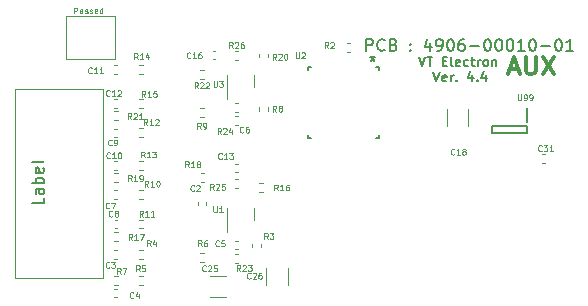
<source format=gbr>
%TF.GenerationSoftware,KiCad,Pcbnew,8.0.5*%
%TF.CreationDate,2024-11-08T07:47:22+00:00*%
%TF.ProjectId,ADE_Aux_V4,4144455f-4175-4785-9f56-342e6b696361,rev?*%
%TF.SameCoordinates,Original*%
%TF.FileFunction,Legend,Top*%
%TF.FilePolarity,Positive*%
%FSLAX46Y46*%
G04 Gerber Fmt 4.6, Leading zero omitted, Abs format (unit mm)*
G04 Created by KiCad (PCBNEW 8.0.5) date 2024-11-08 07:47:22*
%MOMM*%
%LPD*%
G01*
G04 APERTURE LIST*
%ADD10C,0.100000*%
%ADD11C,0.300000*%
%ADD12C,0.200000*%
%ADD13C,0.150000*%
%ADD14C,0.120000*%
%ADD15C,0.152400*%
G04 APERTURE END LIST*
D10*
X-15443200Y41579800D02*
X-11328400Y41579800D01*
X-11328400Y37922200D01*
X-15443200Y37922200D01*
X-15443200Y41579800D01*
D11*
X22120457Y37088242D02*
X22834743Y37088242D01*
X21977600Y36659671D02*
X22477600Y38159671D01*
X22477600Y38159671D02*
X22977600Y36659671D01*
X23477599Y38159671D02*
X23477599Y36945385D01*
X23477599Y36945385D02*
X23549028Y36802528D01*
X23549028Y36802528D02*
X23620457Y36731100D01*
X23620457Y36731100D02*
X23763314Y36659671D01*
X23763314Y36659671D02*
X24049028Y36659671D01*
X24049028Y36659671D02*
X24191885Y36731100D01*
X24191885Y36731100D02*
X24263314Y36802528D01*
X24263314Y36802528D02*
X24334742Y36945385D01*
X24334742Y36945385D02*
X24334742Y38159671D01*
X24906171Y38159671D02*
X25906171Y36659671D01*
X25906171Y38159671D02*
X24906171Y36659671D01*
D12*
X14431768Y38142881D02*
X14698435Y37342881D01*
X14698435Y37342881D02*
X14965101Y38142881D01*
X15117482Y38142881D02*
X15574625Y38142881D01*
X15346053Y37342881D02*
X15346053Y38142881D01*
X16450816Y37761929D02*
X16717482Y37761929D01*
X16831768Y37342881D02*
X16450816Y37342881D01*
X16450816Y37342881D02*
X16450816Y38142881D01*
X16450816Y38142881D02*
X16831768Y38142881D01*
X17288911Y37342881D02*
X17212721Y37380977D01*
X17212721Y37380977D02*
X17174626Y37457167D01*
X17174626Y37457167D02*
X17174626Y38142881D01*
X17898436Y37380977D02*
X17822245Y37342881D01*
X17822245Y37342881D02*
X17669864Y37342881D01*
X17669864Y37342881D02*
X17593674Y37380977D01*
X17593674Y37380977D02*
X17555578Y37457167D01*
X17555578Y37457167D02*
X17555578Y37761929D01*
X17555578Y37761929D02*
X17593674Y37838119D01*
X17593674Y37838119D02*
X17669864Y37876215D01*
X17669864Y37876215D02*
X17822245Y37876215D01*
X17822245Y37876215D02*
X17898436Y37838119D01*
X17898436Y37838119D02*
X17936531Y37761929D01*
X17936531Y37761929D02*
X17936531Y37685738D01*
X17936531Y37685738D02*
X17555578Y37609548D01*
X18622245Y37380977D02*
X18546054Y37342881D01*
X18546054Y37342881D02*
X18393673Y37342881D01*
X18393673Y37342881D02*
X18317483Y37380977D01*
X18317483Y37380977D02*
X18279388Y37419072D01*
X18279388Y37419072D02*
X18241292Y37495262D01*
X18241292Y37495262D02*
X18241292Y37723834D01*
X18241292Y37723834D02*
X18279388Y37800024D01*
X18279388Y37800024D02*
X18317483Y37838119D01*
X18317483Y37838119D02*
X18393673Y37876215D01*
X18393673Y37876215D02*
X18546054Y37876215D01*
X18546054Y37876215D02*
X18622245Y37838119D01*
X18850816Y37876215D02*
X19155578Y37876215D01*
X18965102Y38142881D02*
X18965102Y37457167D01*
X18965102Y37457167D02*
X19003197Y37380977D01*
X19003197Y37380977D02*
X19079387Y37342881D01*
X19079387Y37342881D02*
X19155578Y37342881D01*
X19422245Y37342881D02*
X19422245Y37876215D01*
X19422245Y37723834D02*
X19460340Y37800024D01*
X19460340Y37800024D02*
X19498435Y37838119D01*
X19498435Y37838119D02*
X19574626Y37876215D01*
X19574626Y37876215D02*
X19650816Y37876215D01*
X20031768Y37342881D02*
X19955578Y37380977D01*
X19955578Y37380977D02*
X19917483Y37419072D01*
X19917483Y37419072D02*
X19879387Y37495262D01*
X19879387Y37495262D02*
X19879387Y37723834D01*
X19879387Y37723834D02*
X19917483Y37800024D01*
X19917483Y37800024D02*
X19955578Y37838119D01*
X19955578Y37838119D02*
X20031768Y37876215D01*
X20031768Y37876215D02*
X20146054Y37876215D01*
X20146054Y37876215D02*
X20222245Y37838119D01*
X20222245Y37838119D02*
X20260340Y37800024D01*
X20260340Y37800024D02*
X20298435Y37723834D01*
X20298435Y37723834D02*
X20298435Y37495262D01*
X20298435Y37495262D02*
X20260340Y37419072D01*
X20260340Y37419072D02*
X20222245Y37380977D01*
X20222245Y37380977D02*
X20146054Y37342881D01*
X20146054Y37342881D02*
X20031768Y37342881D01*
X20641293Y37876215D02*
X20641293Y37342881D01*
X20641293Y37800024D02*
X20679388Y37838119D01*
X20679388Y37838119D02*
X20755578Y37876215D01*
X20755578Y37876215D02*
X20869864Y37876215D01*
X20869864Y37876215D02*
X20946055Y37838119D01*
X20946055Y37838119D02*
X20984150Y37761929D01*
X20984150Y37761929D02*
X20984150Y37342881D01*
X15650816Y36854926D02*
X15917483Y36054926D01*
X15917483Y36054926D02*
X16184149Y36854926D01*
X16755578Y36093022D02*
X16679387Y36054926D01*
X16679387Y36054926D02*
X16527006Y36054926D01*
X16527006Y36054926D02*
X16450816Y36093022D01*
X16450816Y36093022D02*
X16412720Y36169212D01*
X16412720Y36169212D02*
X16412720Y36473974D01*
X16412720Y36473974D02*
X16450816Y36550164D01*
X16450816Y36550164D02*
X16527006Y36588260D01*
X16527006Y36588260D02*
X16679387Y36588260D01*
X16679387Y36588260D02*
X16755578Y36550164D01*
X16755578Y36550164D02*
X16793673Y36473974D01*
X16793673Y36473974D02*
X16793673Y36397783D01*
X16793673Y36397783D02*
X16412720Y36321593D01*
X17136530Y36054926D02*
X17136530Y36588260D01*
X17136530Y36435879D02*
X17174625Y36512069D01*
X17174625Y36512069D02*
X17212720Y36550164D01*
X17212720Y36550164D02*
X17288911Y36588260D01*
X17288911Y36588260D02*
X17365101Y36588260D01*
X17631768Y36131117D02*
X17669863Y36093022D01*
X17669863Y36093022D02*
X17631768Y36054926D01*
X17631768Y36054926D02*
X17593672Y36093022D01*
X17593672Y36093022D02*
X17631768Y36131117D01*
X17631768Y36131117D02*
X17631768Y36054926D01*
X18965101Y36588260D02*
X18965101Y36054926D01*
X18774625Y36893022D02*
X18584148Y36321593D01*
X18584148Y36321593D02*
X19079387Y36321593D01*
X19384149Y36131117D02*
X19422244Y36093022D01*
X19422244Y36093022D02*
X19384149Y36054926D01*
X19384149Y36054926D02*
X19346053Y36093022D01*
X19346053Y36093022D02*
X19384149Y36131117D01*
X19384149Y36131117D02*
X19384149Y36054926D01*
X20107958Y36588260D02*
X20107958Y36054926D01*
X19917482Y36893022D02*
X19727005Y36321593D01*
X19727005Y36321593D02*
X20222244Y36321593D01*
X10515599Y38241380D02*
X10515599Y38003285D01*
X10753694Y38098523D02*
X10515599Y38003285D01*
X10515599Y38003285D02*
X10277504Y38098523D01*
X10658456Y37812809D02*
X10515599Y38003285D01*
X10515599Y38003285D02*
X10372742Y37812809D01*
X9956305Y38638380D02*
X9956305Y39638380D01*
X9956305Y39638380D02*
X10337257Y39638380D01*
X10337257Y39638380D02*
X10432495Y39590761D01*
X10432495Y39590761D02*
X10480114Y39543142D01*
X10480114Y39543142D02*
X10527733Y39447904D01*
X10527733Y39447904D02*
X10527733Y39305047D01*
X10527733Y39305047D02*
X10480114Y39209809D01*
X10480114Y39209809D02*
X10432495Y39162190D01*
X10432495Y39162190D02*
X10337257Y39114571D01*
X10337257Y39114571D02*
X9956305Y39114571D01*
X11527733Y38733619D02*
X11480114Y38686000D01*
X11480114Y38686000D02*
X11337257Y38638380D01*
X11337257Y38638380D02*
X11242019Y38638380D01*
X11242019Y38638380D02*
X11099162Y38686000D01*
X11099162Y38686000D02*
X11003924Y38781238D01*
X11003924Y38781238D02*
X10956305Y38876476D01*
X10956305Y38876476D02*
X10908686Y39066952D01*
X10908686Y39066952D02*
X10908686Y39209809D01*
X10908686Y39209809D02*
X10956305Y39400285D01*
X10956305Y39400285D02*
X11003924Y39495523D01*
X11003924Y39495523D02*
X11099162Y39590761D01*
X11099162Y39590761D02*
X11242019Y39638380D01*
X11242019Y39638380D02*
X11337257Y39638380D01*
X11337257Y39638380D02*
X11480114Y39590761D01*
X11480114Y39590761D02*
X11527733Y39543142D01*
X12289638Y39162190D02*
X12432495Y39114571D01*
X12432495Y39114571D02*
X12480114Y39066952D01*
X12480114Y39066952D02*
X12527733Y38971714D01*
X12527733Y38971714D02*
X12527733Y38828857D01*
X12527733Y38828857D02*
X12480114Y38733619D01*
X12480114Y38733619D02*
X12432495Y38686000D01*
X12432495Y38686000D02*
X12337257Y38638380D01*
X12337257Y38638380D02*
X11956305Y38638380D01*
X11956305Y38638380D02*
X11956305Y39638380D01*
X11956305Y39638380D02*
X12289638Y39638380D01*
X12289638Y39638380D02*
X12384876Y39590761D01*
X12384876Y39590761D02*
X12432495Y39543142D01*
X12432495Y39543142D02*
X12480114Y39447904D01*
X12480114Y39447904D02*
X12480114Y39352666D01*
X12480114Y39352666D02*
X12432495Y39257428D01*
X12432495Y39257428D02*
X12384876Y39209809D01*
X12384876Y39209809D02*
X12289638Y39162190D01*
X12289638Y39162190D02*
X11956305Y39162190D01*
X13718210Y38733619D02*
X13765829Y38686000D01*
X13765829Y38686000D02*
X13718210Y38638380D01*
X13718210Y38638380D02*
X13670591Y38686000D01*
X13670591Y38686000D02*
X13718210Y38733619D01*
X13718210Y38733619D02*
X13718210Y38638380D01*
X13718210Y39257428D02*
X13765829Y39209809D01*
X13765829Y39209809D02*
X13718210Y39162190D01*
X13718210Y39162190D02*
X13670591Y39209809D01*
X13670591Y39209809D02*
X13718210Y39257428D01*
X13718210Y39257428D02*
X13718210Y39162190D01*
X15384876Y39305047D02*
X15384876Y38638380D01*
X15146781Y39686000D02*
X14908686Y38971714D01*
X14908686Y38971714D02*
X15527733Y38971714D01*
X15956305Y38638380D02*
X16146781Y38638380D01*
X16146781Y38638380D02*
X16242019Y38686000D01*
X16242019Y38686000D02*
X16289638Y38733619D01*
X16289638Y38733619D02*
X16384876Y38876476D01*
X16384876Y38876476D02*
X16432495Y39066952D01*
X16432495Y39066952D02*
X16432495Y39447904D01*
X16432495Y39447904D02*
X16384876Y39543142D01*
X16384876Y39543142D02*
X16337257Y39590761D01*
X16337257Y39590761D02*
X16242019Y39638380D01*
X16242019Y39638380D02*
X16051543Y39638380D01*
X16051543Y39638380D02*
X15956305Y39590761D01*
X15956305Y39590761D02*
X15908686Y39543142D01*
X15908686Y39543142D02*
X15861067Y39447904D01*
X15861067Y39447904D02*
X15861067Y39209809D01*
X15861067Y39209809D02*
X15908686Y39114571D01*
X15908686Y39114571D02*
X15956305Y39066952D01*
X15956305Y39066952D02*
X16051543Y39019333D01*
X16051543Y39019333D02*
X16242019Y39019333D01*
X16242019Y39019333D02*
X16337257Y39066952D01*
X16337257Y39066952D02*
X16384876Y39114571D01*
X16384876Y39114571D02*
X16432495Y39209809D01*
X17051543Y39638380D02*
X17146781Y39638380D01*
X17146781Y39638380D02*
X17242019Y39590761D01*
X17242019Y39590761D02*
X17289638Y39543142D01*
X17289638Y39543142D02*
X17337257Y39447904D01*
X17337257Y39447904D02*
X17384876Y39257428D01*
X17384876Y39257428D02*
X17384876Y39019333D01*
X17384876Y39019333D02*
X17337257Y38828857D01*
X17337257Y38828857D02*
X17289638Y38733619D01*
X17289638Y38733619D02*
X17242019Y38686000D01*
X17242019Y38686000D02*
X17146781Y38638380D01*
X17146781Y38638380D02*
X17051543Y38638380D01*
X17051543Y38638380D02*
X16956305Y38686000D01*
X16956305Y38686000D02*
X16908686Y38733619D01*
X16908686Y38733619D02*
X16861067Y38828857D01*
X16861067Y38828857D02*
X16813448Y39019333D01*
X16813448Y39019333D02*
X16813448Y39257428D01*
X16813448Y39257428D02*
X16861067Y39447904D01*
X16861067Y39447904D02*
X16908686Y39543142D01*
X16908686Y39543142D02*
X16956305Y39590761D01*
X16956305Y39590761D02*
X17051543Y39638380D01*
X18242019Y39638380D02*
X18051543Y39638380D01*
X18051543Y39638380D02*
X17956305Y39590761D01*
X17956305Y39590761D02*
X17908686Y39543142D01*
X17908686Y39543142D02*
X17813448Y39400285D01*
X17813448Y39400285D02*
X17765829Y39209809D01*
X17765829Y39209809D02*
X17765829Y38828857D01*
X17765829Y38828857D02*
X17813448Y38733619D01*
X17813448Y38733619D02*
X17861067Y38686000D01*
X17861067Y38686000D02*
X17956305Y38638380D01*
X17956305Y38638380D02*
X18146781Y38638380D01*
X18146781Y38638380D02*
X18242019Y38686000D01*
X18242019Y38686000D02*
X18289638Y38733619D01*
X18289638Y38733619D02*
X18337257Y38828857D01*
X18337257Y38828857D02*
X18337257Y39066952D01*
X18337257Y39066952D02*
X18289638Y39162190D01*
X18289638Y39162190D02*
X18242019Y39209809D01*
X18242019Y39209809D02*
X18146781Y39257428D01*
X18146781Y39257428D02*
X17956305Y39257428D01*
X17956305Y39257428D02*
X17861067Y39209809D01*
X17861067Y39209809D02*
X17813448Y39162190D01*
X17813448Y39162190D02*
X17765829Y39066952D01*
X18765829Y39019333D02*
X19527734Y39019333D01*
X20194400Y39638380D02*
X20289638Y39638380D01*
X20289638Y39638380D02*
X20384876Y39590761D01*
X20384876Y39590761D02*
X20432495Y39543142D01*
X20432495Y39543142D02*
X20480114Y39447904D01*
X20480114Y39447904D02*
X20527733Y39257428D01*
X20527733Y39257428D02*
X20527733Y39019333D01*
X20527733Y39019333D02*
X20480114Y38828857D01*
X20480114Y38828857D02*
X20432495Y38733619D01*
X20432495Y38733619D02*
X20384876Y38686000D01*
X20384876Y38686000D02*
X20289638Y38638380D01*
X20289638Y38638380D02*
X20194400Y38638380D01*
X20194400Y38638380D02*
X20099162Y38686000D01*
X20099162Y38686000D02*
X20051543Y38733619D01*
X20051543Y38733619D02*
X20003924Y38828857D01*
X20003924Y38828857D02*
X19956305Y39019333D01*
X19956305Y39019333D02*
X19956305Y39257428D01*
X19956305Y39257428D02*
X20003924Y39447904D01*
X20003924Y39447904D02*
X20051543Y39543142D01*
X20051543Y39543142D02*
X20099162Y39590761D01*
X20099162Y39590761D02*
X20194400Y39638380D01*
X21146781Y39638380D02*
X21242019Y39638380D01*
X21242019Y39638380D02*
X21337257Y39590761D01*
X21337257Y39590761D02*
X21384876Y39543142D01*
X21384876Y39543142D02*
X21432495Y39447904D01*
X21432495Y39447904D02*
X21480114Y39257428D01*
X21480114Y39257428D02*
X21480114Y39019333D01*
X21480114Y39019333D02*
X21432495Y38828857D01*
X21432495Y38828857D02*
X21384876Y38733619D01*
X21384876Y38733619D02*
X21337257Y38686000D01*
X21337257Y38686000D02*
X21242019Y38638380D01*
X21242019Y38638380D02*
X21146781Y38638380D01*
X21146781Y38638380D02*
X21051543Y38686000D01*
X21051543Y38686000D02*
X21003924Y38733619D01*
X21003924Y38733619D02*
X20956305Y38828857D01*
X20956305Y38828857D02*
X20908686Y39019333D01*
X20908686Y39019333D02*
X20908686Y39257428D01*
X20908686Y39257428D02*
X20956305Y39447904D01*
X20956305Y39447904D02*
X21003924Y39543142D01*
X21003924Y39543142D02*
X21051543Y39590761D01*
X21051543Y39590761D02*
X21146781Y39638380D01*
X22099162Y39638380D02*
X22194400Y39638380D01*
X22194400Y39638380D02*
X22289638Y39590761D01*
X22289638Y39590761D02*
X22337257Y39543142D01*
X22337257Y39543142D02*
X22384876Y39447904D01*
X22384876Y39447904D02*
X22432495Y39257428D01*
X22432495Y39257428D02*
X22432495Y39019333D01*
X22432495Y39019333D02*
X22384876Y38828857D01*
X22384876Y38828857D02*
X22337257Y38733619D01*
X22337257Y38733619D02*
X22289638Y38686000D01*
X22289638Y38686000D02*
X22194400Y38638380D01*
X22194400Y38638380D02*
X22099162Y38638380D01*
X22099162Y38638380D02*
X22003924Y38686000D01*
X22003924Y38686000D02*
X21956305Y38733619D01*
X21956305Y38733619D02*
X21908686Y38828857D01*
X21908686Y38828857D02*
X21861067Y39019333D01*
X21861067Y39019333D02*
X21861067Y39257428D01*
X21861067Y39257428D02*
X21908686Y39447904D01*
X21908686Y39447904D02*
X21956305Y39543142D01*
X21956305Y39543142D02*
X22003924Y39590761D01*
X22003924Y39590761D02*
X22099162Y39638380D01*
X23384876Y38638380D02*
X22813448Y38638380D01*
X23099162Y38638380D02*
X23099162Y39638380D01*
X23099162Y39638380D02*
X23003924Y39495523D01*
X23003924Y39495523D02*
X22908686Y39400285D01*
X22908686Y39400285D02*
X22813448Y39352666D01*
X24003924Y39638380D02*
X24099162Y39638380D01*
X24099162Y39638380D02*
X24194400Y39590761D01*
X24194400Y39590761D02*
X24242019Y39543142D01*
X24242019Y39543142D02*
X24289638Y39447904D01*
X24289638Y39447904D02*
X24337257Y39257428D01*
X24337257Y39257428D02*
X24337257Y39019333D01*
X24337257Y39019333D02*
X24289638Y38828857D01*
X24289638Y38828857D02*
X24242019Y38733619D01*
X24242019Y38733619D02*
X24194400Y38686000D01*
X24194400Y38686000D02*
X24099162Y38638380D01*
X24099162Y38638380D02*
X24003924Y38638380D01*
X24003924Y38638380D02*
X23908686Y38686000D01*
X23908686Y38686000D02*
X23861067Y38733619D01*
X23861067Y38733619D02*
X23813448Y38828857D01*
X23813448Y38828857D02*
X23765829Y39019333D01*
X23765829Y39019333D02*
X23765829Y39257428D01*
X23765829Y39257428D02*
X23813448Y39447904D01*
X23813448Y39447904D02*
X23861067Y39543142D01*
X23861067Y39543142D02*
X23908686Y39590761D01*
X23908686Y39590761D02*
X24003924Y39638380D01*
X24765829Y39019333D02*
X25527734Y39019333D01*
X26194400Y39638380D02*
X26289638Y39638380D01*
X26289638Y39638380D02*
X26384876Y39590761D01*
X26384876Y39590761D02*
X26432495Y39543142D01*
X26432495Y39543142D02*
X26480114Y39447904D01*
X26480114Y39447904D02*
X26527733Y39257428D01*
X26527733Y39257428D02*
X26527733Y39019333D01*
X26527733Y39019333D02*
X26480114Y38828857D01*
X26480114Y38828857D02*
X26432495Y38733619D01*
X26432495Y38733619D02*
X26384876Y38686000D01*
X26384876Y38686000D02*
X26289638Y38638380D01*
X26289638Y38638380D02*
X26194400Y38638380D01*
X26194400Y38638380D02*
X26099162Y38686000D01*
X26099162Y38686000D02*
X26051543Y38733619D01*
X26051543Y38733619D02*
X26003924Y38828857D01*
X26003924Y38828857D02*
X25956305Y39019333D01*
X25956305Y39019333D02*
X25956305Y39257428D01*
X25956305Y39257428D02*
X26003924Y39447904D01*
X26003924Y39447904D02*
X26051543Y39543142D01*
X26051543Y39543142D02*
X26099162Y39590761D01*
X26099162Y39590761D02*
X26194400Y39638380D01*
X27480114Y38638380D02*
X26908686Y38638380D01*
X27194400Y38638380D02*
X27194400Y39638380D01*
X27194400Y39638380D02*
X27099162Y39495523D01*
X27099162Y39495523D02*
X27003924Y39400285D01*
X27003924Y39400285D02*
X26908686Y39352666D01*
D13*
X-17350580Y26197085D02*
X-17350580Y25720895D01*
X-17350580Y25720895D02*
X-18350580Y25720895D01*
X-17350580Y26958990D02*
X-17874390Y26958990D01*
X-17874390Y26958990D02*
X-17969628Y26911371D01*
X-17969628Y26911371D02*
X-18017247Y26816133D01*
X-18017247Y26816133D02*
X-18017247Y26625657D01*
X-18017247Y26625657D02*
X-17969628Y26530419D01*
X-17398200Y26958990D02*
X-17350580Y26863752D01*
X-17350580Y26863752D02*
X-17350580Y26625657D01*
X-17350580Y26625657D02*
X-17398200Y26530419D01*
X-17398200Y26530419D02*
X-17493438Y26482800D01*
X-17493438Y26482800D02*
X-17588676Y26482800D01*
X-17588676Y26482800D02*
X-17683914Y26530419D01*
X-17683914Y26530419D02*
X-17731533Y26625657D01*
X-17731533Y26625657D02*
X-17731533Y26863752D01*
X-17731533Y26863752D02*
X-17779152Y26958990D01*
X-17350580Y27435181D02*
X-18350580Y27435181D01*
X-17969628Y27435181D02*
X-18017247Y27530419D01*
X-18017247Y27530419D02*
X-18017247Y27720895D01*
X-18017247Y27720895D02*
X-17969628Y27816133D01*
X-17969628Y27816133D02*
X-17922009Y27863752D01*
X-17922009Y27863752D02*
X-17826771Y27911371D01*
X-17826771Y27911371D02*
X-17541057Y27911371D01*
X-17541057Y27911371D02*
X-17445819Y27863752D01*
X-17445819Y27863752D02*
X-17398200Y27816133D01*
X-17398200Y27816133D02*
X-17350580Y27720895D01*
X-17350580Y27720895D02*
X-17350580Y27530419D01*
X-17350580Y27530419D02*
X-17398200Y27435181D01*
X-17398200Y28720895D02*
X-17350580Y28625657D01*
X-17350580Y28625657D02*
X-17350580Y28435181D01*
X-17350580Y28435181D02*
X-17398200Y28339943D01*
X-17398200Y28339943D02*
X-17493438Y28292324D01*
X-17493438Y28292324D02*
X-17874390Y28292324D01*
X-17874390Y28292324D02*
X-17969628Y28339943D01*
X-17969628Y28339943D02*
X-18017247Y28435181D01*
X-18017247Y28435181D02*
X-18017247Y28625657D01*
X-18017247Y28625657D02*
X-17969628Y28720895D01*
X-17969628Y28720895D02*
X-17874390Y28768514D01*
X-17874390Y28768514D02*
X-17779152Y28768514D01*
X-17779152Y28768514D02*
X-17683914Y28292324D01*
X-17350580Y29339943D02*
X-17398200Y29244705D01*
X-17398200Y29244705D02*
X-17493438Y29197086D01*
X-17493438Y29197086D02*
X-18350580Y29197086D01*
D10*
X-14765980Y41810890D02*
X-14765980Y42310890D01*
X-14765980Y42310890D02*
X-14575504Y42310890D01*
X-14575504Y42310890D02*
X-14527885Y42287080D01*
X-14527885Y42287080D02*
X-14504075Y42263271D01*
X-14504075Y42263271D02*
X-14480266Y42215652D01*
X-14480266Y42215652D02*
X-14480266Y42144223D01*
X-14480266Y42144223D02*
X-14504075Y42096604D01*
X-14504075Y42096604D02*
X-14527885Y42072795D01*
X-14527885Y42072795D02*
X-14575504Y42048985D01*
X-14575504Y42048985D02*
X-14765980Y42048985D01*
X-14051694Y41810890D02*
X-14051694Y42072795D01*
X-14051694Y42072795D02*
X-14075504Y42120414D01*
X-14075504Y42120414D02*
X-14123123Y42144223D01*
X-14123123Y42144223D02*
X-14218361Y42144223D01*
X-14218361Y42144223D02*
X-14265980Y42120414D01*
X-14051694Y41834700D02*
X-14099313Y41810890D01*
X-14099313Y41810890D02*
X-14218361Y41810890D01*
X-14218361Y41810890D02*
X-14265980Y41834700D01*
X-14265980Y41834700D02*
X-14289789Y41882319D01*
X-14289789Y41882319D02*
X-14289789Y41929938D01*
X-14289789Y41929938D02*
X-14265980Y41977557D01*
X-14265980Y41977557D02*
X-14218361Y42001366D01*
X-14218361Y42001366D02*
X-14099313Y42001366D01*
X-14099313Y42001366D02*
X-14051694Y42025176D01*
X-13837408Y41834700D02*
X-13789789Y41810890D01*
X-13789789Y41810890D02*
X-13694551Y41810890D01*
X-13694551Y41810890D02*
X-13646932Y41834700D01*
X-13646932Y41834700D02*
X-13623123Y41882319D01*
X-13623123Y41882319D02*
X-13623123Y41906128D01*
X-13623123Y41906128D02*
X-13646932Y41953747D01*
X-13646932Y41953747D02*
X-13694551Y41977557D01*
X-13694551Y41977557D02*
X-13765980Y41977557D01*
X-13765980Y41977557D02*
X-13813599Y42001366D01*
X-13813599Y42001366D02*
X-13837408Y42048985D01*
X-13837408Y42048985D02*
X-13837408Y42072795D01*
X-13837408Y42072795D02*
X-13813599Y42120414D01*
X-13813599Y42120414D02*
X-13765980Y42144223D01*
X-13765980Y42144223D02*
X-13694551Y42144223D01*
X-13694551Y42144223D02*
X-13646932Y42120414D01*
X-13432646Y41834700D02*
X-13385027Y41810890D01*
X-13385027Y41810890D02*
X-13289789Y41810890D01*
X-13289789Y41810890D02*
X-13242170Y41834700D01*
X-13242170Y41834700D02*
X-13218361Y41882319D01*
X-13218361Y41882319D02*
X-13218361Y41906128D01*
X-13218361Y41906128D02*
X-13242170Y41953747D01*
X-13242170Y41953747D02*
X-13289789Y41977557D01*
X-13289789Y41977557D02*
X-13361218Y41977557D01*
X-13361218Y41977557D02*
X-13408837Y42001366D01*
X-13408837Y42001366D02*
X-13432646Y42048985D01*
X-13432646Y42048985D02*
X-13432646Y42072795D01*
X-13432646Y42072795D02*
X-13408837Y42120414D01*
X-13408837Y42120414D02*
X-13361218Y42144223D01*
X-13361218Y42144223D02*
X-13289789Y42144223D01*
X-13289789Y42144223D02*
X-13242170Y42120414D01*
X-12813599Y41834700D02*
X-12861218Y41810890D01*
X-12861218Y41810890D02*
X-12956456Y41810890D01*
X-12956456Y41810890D02*
X-13004075Y41834700D01*
X-13004075Y41834700D02*
X-13027884Y41882319D01*
X-13027884Y41882319D02*
X-13027884Y42072795D01*
X-13027884Y42072795D02*
X-13004075Y42120414D01*
X-13004075Y42120414D02*
X-12956456Y42144223D01*
X-12956456Y42144223D02*
X-12861218Y42144223D01*
X-12861218Y42144223D02*
X-12813599Y42120414D01*
X-12813599Y42120414D02*
X-12789789Y42072795D01*
X-12789789Y42072795D02*
X-12789789Y42025176D01*
X-12789789Y42025176D02*
X-13027884Y41977557D01*
X-12361218Y41810890D02*
X-12361218Y42310890D01*
X-12361218Y41834700D02*
X-12408837Y41810890D01*
X-12408837Y41810890D02*
X-12504075Y41810890D01*
X-12504075Y41810890D02*
X-12551694Y41834700D01*
X-12551694Y41834700D02*
X-12575504Y41858509D01*
X-12575504Y41858509D02*
X-12599313Y41906128D01*
X-12599313Y41906128D02*
X-12599313Y42048985D01*
X-12599313Y42048985D02*
X-12575504Y42096604D01*
X-12575504Y42096604D02*
X-12551694Y42120414D01*
X-12551694Y42120414D02*
X-12504075Y42144223D01*
X-12504075Y42144223D02*
X-12408837Y42144223D01*
X-12408837Y42144223D02*
X-12361218Y42120414D01*
X-2937628Y26875690D02*
X-3104294Y27113785D01*
X-3223342Y26875690D02*
X-3223342Y27375690D01*
X-3223342Y27375690D02*
X-3032866Y27375690D01*
X-3032866Y27375690D02*
X-2985247Y27351880D01*
X-2985247Y27351880D02*
X-2961437Y27328071D01*
X-2961437Y27328071D02*
X-2937628Y27280452D01*
X-2937628Y27280452D02*
X-2937628Y27209023D01*
X-2937628Y27209023D02*
X-2961437Y27161404D01*
X-2961437Y27161404D02*
X-2985247Y27137595D01*
X-2985247Y27137595D02*
X-3032866Y27113785D01*
X-3032866Y27113785D02*
X-3223342Y27113785D01*
X-2747151Y27328071D02*
X-2723342Y27351880D01*
X-2723342Y27351880D02*
X-2675723Y27375690D01*
X-2675723Y27375690D02*
X-2556675Y27375690D01*
X-2556675Y27375690D02*
X-2509056Y27351880D01*
X-2509056Y27351880D02*
X-2485247Y27328071D01*
X-2485247Y27328071D02*
X-2461437Y27280452D01*
X-2461437Y27280452D02*
X-2461437Y27232833D01*
X-2461437Y27232833D02*
X-2485247Y27161404D01*
X-2485247Y27161404D02*
X-2770961Y26875690D01*
X-2770961Y26875690D02*
X-2461437Y26875690D01*
X-2009057Y27375690D02*
X-2247152Y27375690D01*
X-2247152Y27375690D02*
X-2270961Y27137595D01*
X-2270961Y27137595D02*
X-2247152Y27161404D01*
X-2247152Y27161404D02*
X-2199533Y27185214D01*
X-2199533Y27185214D02*
X-2080485Y27185214D01*
X-2080485Y27185214D02*
X-2032866Y27161404D01*
X-2032866Y27161404D02*
X-2009057Y27137595D01*
X-2009057Y27137595D02*
X-1985247Y27089976D01*
X-1985247Y27089976D02*
X-1985247Y26970928D01*
X-1985247Y26970928D02*
X-2009057Y26923309D01*
X-2009057Y26923309D02*
X-2032866Y26899500D01*
X-2032866Y26899500D02*
X-2080485Y26875690D01*
X-2080485Y26875690D02*
X-2199533Y26875690D01*
X-2199533Y26875690D02*
X-2247152Y26899500D01*
X-2247152Y26899500D02*
X-2270961Y26923309D01*
X-4604533Y26821709D02*
X-4628342Y26797900D01*
X-4628342Y26797900D02*
X-4699771Y26774090D01*
X-4699771Y26774090D02*
X-4747390Y26774090D01*
X-4747390Y26774090D02*
X-4818818Y26797900D01*
X-4818818Y26797900D02*
X-4866437Y26845519D01*
X-4866437Y26845519D02*
X-4890247Y26893138D01*
X-4890247Y26893138D02*
X-4914056Y26988376D01*
X-4914056Y26988376D02*
X-4914056Y27059804D01*
X-4914056Y27059804D02*
X-4890247Y27155042D01*
X-4890247Y27155042D02*
X-4866437Y27202661D01*
X-4866437Y27202661D02*
X-4818818Y27250280D01*
X-4818818Y27250280D02*
X-4747390Y27274090D01*
X-4747390Y27274090D02*
X-4699771Y27274090D01*
X-4699771Y27274090D02*
X-4628342Y27250280D01*
X-4628342Y27250280D02*
X-4604533Y27226471D01*
X-4414056Y27226471D02*
X-4390247Y27250280D01*
X-4390247Y27250280D02*
X-4342628Y27274090D01*
X-4342628Y27274090D02*
X-4223580Y27274090D01*
X-4223580Y27274090D02*
X-4175961Y27250280D01*
X-4175961Y27250280D02*
X-4152152Y27226471D01*
X-4152152Y27226471D02*
X-4128342Y27178852D01*
X-4128342Y27178852D02*
X-4128342Y27131233D01*
X-4128342Y27131233D02*
X-4152152Y27059804D01*
X-4152152Y27059804D02*
X-4437866Y26774090D01*
X-4437866Y26774090D02*
X-4128342Y26774090D01*
X-5045828Y28780690D02*
X-5212494Y29018785D01*
X-5331542Y28780690D02*
X-5331542Y29280690D01*
X-5331542Y29280690D02*
X-5141066Y29280690D01*
X-5141066Y29280690D02*
X-5093447Y29256880D01*
X-5093447Y29256880D02*
X-5069637Y29233071D01*
X-5069637Y29233071D02*
X-5045828Y29185452D01*
X-5045828Y29185452D02*
X-5045828Y29114023D01*
X-5045828Y29114023D02*
X-5069637Y29066404D01*
X-5069637Y29066404D02*
X-5093447Y29042595D01*
X-5093447Y29042595D02*
X-5141066Y29018785D01*
X-5141066Y29018785D02*
X-5331542Y29018785D01*
X-4569637Y28780690D02*
X-4855351Y28780690D01*
X-4712494Y28780690D02*
X-4712494Y29280690D01*
X-4712494Y29280690D02*
X-4760113Y29209261D01*
X-4760113Y29209261D02*
X-4807732Y29161642D01*
X-4807732Y29161642D02*
X-4855351Y29137833D01*
X-4283923Y29066404D02*
X-4331542Y29090214D01*
X-4331542Y29090214D02*
X-4355352Y29114023D01*
X-4355352Y29114023D02*
X-4379161Y29161642D01*
X-4379161Y29161642D02*
X-4379161Y29185452D01*
X-4379161Y29185452D02*
X-4355352Y29233071D01*
X-4355352Y29233071D02*
X-4331542Y29256880D01*
X-4331542Y29256880D02*
X-4283923Y29280690D01*
X-4283923Y29280690D02*
X-4188685Y29280690D01*
X-4188685Y29280690D02*
X-4141066Y29256880D01*
X-4141066Y29256880D02*
X-4117257Y29233071D01*
X-4117257Y29233071D02*
X-4093447Y29185452D01*
X-4093447Y29185452D02*
X-4093447Y29161642D01*
X-4093447Y29161642D02*
X-4117257Y29114023D01*
X-4117257Y29114023D02*
X-4141066Y29090214D01*
X-4141066Y29090214D02*
X-4188685Y29066404D01*
X-4188685Y29066404D02*
X-4283923Y29066404D01*
X-4283923Y29066404D02*
X-4331542Y29042595D01*
X-4331542Y29042595D02*
X-4355352Y29018785D01*
X-4355352Y29018785D02*
X-4379161Y28971166D01*
X-4379161Y28971166D02*
X-4379161Y28875928D01*
X-4379161Y28875928D02*
X-4355352Y28828309D01*
X-4355352Y28828309D02*
X-4331542Y28804500D01*
X-4331542Y28804500D02*
X-4283923Y28780690D01*
X-4283923Y28780690D02*
X-4188685Y28780690D01*
X-4188685Y28780690D02*
X-4141066Y28804500D01*
X-4141066Y28804500D02*
X-4117257Y28828309D01*
X-4117257Y28828309D02*
X-4093447Y28875928D01*
X-4093447Y28875928D02*
X-4093447Y28971166D01*
X-4093447Y28971166D02*
X-4117257Y29018785D01*
X-4117257Y29018785D02*
X-4141066Y29042595D01*
X-4141066Y29042595D02*
X-4188685Y29066404D01*
X-9193333Y19973890D02*
X-9359999Y20211985D01*
X-9479047Y19973890D02*
X-9479047Y20473890D01*
X-9479047Y20473890D02*
X-9288571Y20473890D01*
X-9288571Y20473890D02*
X-9240952Y20450080D01*
X-9240952Y20450080D02*
X-9217142Y20426271D01*
X-9217142Y20426271D02*
X-9193333Y20378652D01*
X-9193333Y20378652D02*
X-9193333Y20307223D01*
X-9193333Y20307223D02*
X-9217142Y20259604D01*
X-9217142Y20259604D02*
X-9240952Y20235795D01*
X-9240952Y20235795D02*
X-9288571Y20211985D01*
X-9288571Y20211985D02*
X-9479047Y20211985D01*
X-8740952Y20473890D02*
X-8979047Y20473890D01*
X-8979047Y20473890D02*
X-9002856Y20235795D01*
X-9002856Y20235795D02*
X-8979047Y20259604D01*
X-8979047Y20259604D02*
X-8931428Y20283414D01*
X-8931428Y20283414D02*
X-8812380Y20283414D01*
X-8812380Y20283414D02*
X-8764761Y20259604D01*
X-8764761Y20259604D02*
X-8740952Y20235795D01*
X-8740952Y20235795D02*
X-8717142Y20188176D01*
X-8717142Y20188176D02*
X-8717142Y20069128D01*
X-8717142Y20069128D02*
X-8740952Y20021509D01*
X-8740952Y20021509D02*
X-8764761Y19997700D01*
X-8764761Y19997700D02*
X-8812380Y19973890D01*
X-8812380Y19973890D02*
X-8931428Y19973890D01*
X-8931428Y19973890D02*
X-8979047Y19997700D01*
X-8979047Y19997700D02*
X-9002856Y20021509D01*
X-13271428Y36781509D02*
X-13295237Y36757700D01*
X-13295237Y36757700D02*
X-13366666Y36733890D01*
X-13366666Y36733890D02*
X-13414285Y36733890D01*
X-13414285Y36733890D02*
X-13485713Y36757700D01*
X-13485713Y36757700D02*
X-13533332Y36805319D01*
X-13533332Y36805319D02*
X-13557142Y36852938D01*
X-13557142Y36852938D02*
X-13580951Y36948176D01*
X-13580951Y36948176D02*
X-13580951Y37019604D01*
X-13580951Y37019604D02*
X-13557142Y37114842D01*
X-13557142Y37114842D02*
X-13533332Y37162461D01*
X-13533332Y37162461D02*
X-13485713Y37210080D01*
X-13485713Y37210080D02*
X-13414285Y37233890D01*
X-13414285Y37233890D02*
X-13366666Y37233890D01*
X-13366666Y37233890D02*
X-13295237Y37210080D01*
X-13295237Y37210080D02*
X-13271428Y37186271D01*
X-12795237Y36733890D02*
X-13080951Y36733890D01*
X-12938094Y36733890D02*
X-12938094Y37233890D01*
X-12938094Y37233890D02*
X-12985713Y37162461D01*
X-12985713Y37162461D02*
X-13033332Y37114842D01*
X-13033332Y37114842D02*
X-13080951Y37091033D01*
X-12319047Y36733890D02*
X-12604761Y36733890D01*
X-12461904Y36733890D02*
X-12461904Y37233890D01*
X-12461904Y37233890D02*
X-12509523Y37162461D01*
X-12509523Y37162461D02*
X-12557142Y37114842D01*
X-12557142Y37114842D02*
X-12604761Y37091033D01*
X-2251828Y29539509D02*
X-2275637Y29515700D01*
X-2275637Y29515700D02*
X-2347066Y29491890D01*
X-2347066Y29491890D02*
X-2394685Y29491890D01*
X-2394685Y29491890D02*
X-2466113Y29515700D01*
X-2466113Y29515700D02*
X-2513732Y29563319D01*
X-2513732Y29563319D02*
X-2537542Y29610938D01*
X-2537542Y29610938D02*
X-2561351Y29706176D01*
X-2561351Y29706176D02*
X-2561351Y29777604D01*
X-2561351Y29777604D02*
X-2537542Y29872842D01*
X-2537542Y29872842D02*
X-2513732Y29920461D01*
X-2513732Y29920461D02*
X-2466113Y29968080D01*
X-2466113Y29968080D02*
X-2394685Y29991890D01*
X-2394685Y29991890D02*
X-2347066Y29991890D01*
X-2347066Y29991890D02*
X-2275637Y29968080D01*
X-2275637Y29968080D02*
X-2251828Y29944271D01*
X-1775637Y29491890D02*
X-2061351Y29491890D01*
X-1918494Y29491890D02*
X-1918494Y29991890D01*
X-1918494Y29991890D02*
X-1966113Y29920461D01*
X-1966113Y29920461D02*
X-2013732Y29872842D01*
X-2013732Y29872842D02*
X-2061351Y29849033D01*
X-1608971Y29991890D02*
X-1299447Y29991890D01*
X-1299447Y29991890D02*
X-1466114Y29801414D01*
X-1466114Y29801414D02*
X-1394685Y29801414D01*
X-1394685Y29801414D02*
X-1347066Y29777604D01*
X-1347066Y29777604D02*
X-1323257Y29753795D01*
X-1323257Y29753795D02*
X-1299447Y29706176D01*
X-1299447Y29706176D02*
X-1299447Y29587128D01*
X-1299447Y29587128D02*
X-1323257Y29539509D01*
X-1323257Y29539509D02*
X-1347066Y29515700D01*
X-1347066Y29515700D02*
X-1394685Y29491890D01*
X-1394685Y29491890D02*
X-1537542Y29491890D01*
X-1537542Y29491890D02*
X-1585161Y29515700D01*
X-1585161Y29515700D02*
X-1608971Y29539509D01*
X-11783333Y20321509D02*
X-11807142Y20297700D01*
X-11807142Y20297700D02*
X-11878571Y20273890D01*
X-11878571Y20273890D02*
X-11926190Y20273890D01*
X-11926190Y20273890D02*
X-11997618Y20297700D01*
X-11997618Y20297700D02*
X-12045237Y20345319D01*
X-12045237Y20345319D02*
X-12069047Y20392938D01*
X-12069047Y20392938D02*
X-12092856Y20488176D01*
X-12092856Y20488176D02*
X-12092856Y20559604D01*
X-12092856Y20559604D02*
X-12069047Y20654842D01*
X-12069047Y20654842D02*
X-12045237Y20702461D01*
X-12045237Y20702461D02*
X-11997618Y20750080D01*
X-11997618Y20750080D02*
X-11926190Y20773890D01*
X-11926190Y20773890D02*
X-11878571Y20773890D01*
X-11878571Y20773890D02*
X-11807142Y20750080D01*
X-11807142Y20750080D02*
X-11783333Y20726271D01*
X-11616666Y20773890D02*
X-11307142Y20773890D01*
X-11307142Y20773890D02*
X-11473809Y20583414D01*
X-11473809Y20583414D02*
X-11402380Y20583414D01*
X-11402380Y20583414D02*
X-11354761Y20559604D01*
X-11354761Y20559604D02*
X-11330952Y20535795D01*
X-11330952Y20535795D02*
X-11307142Y20488176D01*
X-11307142Y20488176D02*
X-11307142Y20369128D01*
X-11307142Y20369128D02*
X-11330952Y20321509D01*
X-11330952Y20321509D02*
X-11354761Y20297700D01*
X-11354761Y20297700D02*
X-11402380Y20273890D01*
X-11402380Y20273890D02*
X-11545237Y20273890D01*
X-11545237Y20273890D02*
X-11592856Y20297700D01*
X-11592856Y20297700D02*
X-11616666Y20321509D01*
X-4033333Y32043890D02*
X-4199999Y32281985D01*
X-4319047Y32043890D02*
X-4319047Y32543890D01*
X-4319047Y32543890D02*
X-4128571Y32543890D01*
X-4128571Y32543890D02*
X-4080952Y32520080D01*
X-4080952Y32520080D02*
X-4057142Y32496271D01*
X-4057142Y32496271D02*
X-4033333Y32448652D01*
X-4033333Y32448652D02*
X-4033333Y32377223D01*
X-4033333Y32377223D02*
X-4057142Y32329604D01*
X-4057142Y32329604D02*
X-4080952Y32305795D01*
X-4080952Y32305795D02*
X-4128571Y32281985D01*
X-4128571Y32281985D02*
X-4319047Y32281985D01*
X-3795237Y32043890D02*
X-3699999Y32043890D01*
X-3699999Y32043890D02*
X-3652380Y32067700D01*
X-3652380Y32067700D02*
X-3628571Y32091509D01*
X-3628571Y32091509D02*
X-3580952Y32162938D01*
X-3580952Y32162938D02*
X-3557142Y32258176D01*
X-3557142Y32258176D02*
X-3557142Y32448652D01*
X-3557142Y32448652D02*
X-3580952Y32496271D01*
X-3580952Y32496271D02*
X-3604761Y32520080D01*
X-3604761Y32520080D02*
X-3652380Y32543890D01*
X-3652380Y32543890D02*
X-3747618Y32543890D01*
X-3747618Y32543890D02*
X-3795237Y32520080D01*
X-3795237Y32520080D02*
X-3819047Y32496271D01*
X-3819047Y32496271D02*
X-3842856Y32448652D01*
X-3842856Y32448652D02*
X-3842856Y32329604D01*
X-3842856Y32329604D02*
X-3819047Y32281985D01*
X-3819047Y32281985D02*
X-3795237Y32258176D01*
X-3795237Y32258176D02*
X-3747618Y32234366D01*
X-3747618Y32234366D02*
X-3652380Y32234366D01*
X-3652380Y32234366D02*
X-3604761Y32258176D01*
X-3604761Y32258176D02*
X-3580952Y32281985D01*
X-3580952Y32281985D02*
X-3557142Y32329604D01*
X178571Y19401509D02*
X154762Y19377700D01*
X154762Y19377700D02*
X83333Y19353890D01*
X83333Y19353890D02*
X35714Y19353890D01*
X35714Y19353890D02*
X-35713Y19377700D01*
X-35713Y19377700D02*
X-83332Y19425319D01*
X-83332Y19425319D02*
X-107142Y19472938D01*
X-107142Y19472938D02*
X-130951Y19568176D01*
X-130951Y19568176D02*
X-130951Y19639604D01*
X-130951Y19639604D02*
X-107142Y19734842D01*
X-107142Y19734842D02*
X-83332Y19782461D01*
X-83332Y19782461D02*
X-35713Y19830080D01*
X-35713Y19830080D02*
X35714Y19853890D01*
X35714Y19853890D02*
X83333Y19853890D01*
X83333Y19853890D02*
X154762Y19830080D01*
X154762Y19830080D02*
X178571Y19806271D01*
X369048Y19806271D02*
X392857Y19830080D01*
X392857Y19830080D02*
X440476Y19853890D01*
X440476Y19853890D02*
X559524Y19853890D01*
X559524Y19853890D02*
X607143Y19830080D01*
X607143Y19830080D02*
X630952Y19806271D01*
X630952Y19806271D02*
X654762Y19758652D01*
X654762Y19758652D02*
X654762Y19711033D01*
X654762Y19711033D02*
X630952Y19639604D01*
X630952Y19639604D02*
X345238Y19353890D01*
X345238Y19353890D02*
X654762Y19353890D01*
X1083333Y19853890D02*
X988095Y19853890D01*
X988095Y19853890D02*
X940476Y19830080D01*
X940476Y19830080D02*
X916666Y19806271D01*
X916666Y19806271D02*
X869047Y19734842D01*
X869047Y19734842D02*
X845238Y19639604D01*
X845238Y19639604D02*
X845238Y19449128D01*
X845238Y19449128D02*
X869047Y19401509D01*
X869047Y19401509D02*
X892857Y19377700D01*
X892857Y19377700D02*
X940476Y19353890D01*
X940476Y19353890D02*
X1035714Y19353890D01*
X1035714Y19353890D02*
X1083333Y19377700D01*
X1083333Y19377700D02*
X1107142Y19401509D01*
X1107142Y19401509D02*
X1130952Y19449128D01*
X1130952Y19449128D02*
X1130952Y19568176D01*
X1130952Y19568176D02*
X1107142Y19615795D01*
X1107142Y19615795D02*
X1083333Y19639604D01*
X1083333Y19639604D02*
X1035714Y19663414D01*
X1035714Y19663414D02*
X940476Y19663414D01*
X940476Y19663414D02*
X892857Y19639604D01*
X892857Y19639604D02*
X869047Y19615795D01*
X869047Y19615795D02*
X845238Y19568176D01*
X2345571Y37899290D02*
X2178905Y38137385D01*
X2059857Y37899290D02*
X2059857Y38399290D01*
X2059857Y38399290D02*
X2250333Y38399290D01*
X2250333Y38399290D02*
X2297952Y38375480D01*
X2297952Y38375480D02*
X2321762Y38351671D01*
X2321762Y38351671D02*
X2345571Y38304052D01*
X2345571Y38304052D02*
X2345571Y38232623D01*
X2345571Y38232623D02*
X2321762Y38185004D01*
X2321762Y38185004D02*
X2297952Y38161195D01*
X2297952Y38161195D02*
X2250333Y38137385D01*
X2250333Y38137385D02*
X2059857Y38137385D01*
X2536048Y38351671D02*
X2559857Y38375480D01*
X2559857Y38375480D02*
X2607476Y38399290D01*
X2607476Y38399290D02*
X2726524Y38399290D01*
X2726524Y38399290D02*
X2774143Y38375480D01*
X2774143Y38375480D02*
X2797952Y38351671D01*
X2797952Y38351671D02*
X2821762Y38304052D01*
X2821762Y38304052D02*
X2821762Y38256433D01*
X2821762Y38256433D02*
X2797952Y38185004D01*
X2797952Y38185004D02*
X2512238Y37899290D01*
X2512238Y37899290D02*
X2821762Y37899290D01*
X3131285Y38399290D02*
X3178904Y38399290D01*
X3178904Y38399290D02*
X3226523Y38375480D01*
X3226523Y38375480D02*
X3250333Y38351671D01*
X3250333Y38351671D02*
X3274142Y38304052D01*
X3274142Y38304052D02*
X3297952Y38208814D01*
X3297952Y38208814D02*
X3297952Y38089766D01*
X3297952Y38089766D02*
X3274142Y37994528D01*
X3274142Y37994528D02*
X3250333Y37946909D01*
X3250333Y37946909D02*
X3226523Y37923100D01*
X3226523Y37923100D02*
X3178904Y37899290D01*
X3178904Y37899290D02*
X3131285Y37899290D01*
X3131285Y37899290D02*
X3083666Y37923100D01*
X3083666Y37923100D02*
X3059857Y37946909D01*
X3059857Y37946909D02*
X3036047Y37994528D01*
X3036047Y37994528D02*
X3012238Y38089766D01*
X3012238Y38089766D02*
X3012238Y38208814D01*
X3012238Y38208814D02*
X3036047Y38304052D01*
X3036047Y38304052D02*
X3059857Y38351671D01*
X3059857Y38351671D02*
X3083666Y38375480D01*
X3083666Y38375480D02*
X3131285Y38399290D01*
X-11767333Y25348509D02*
X-11791142Y25324700D01*
X-11791142Y25324700D02*
X-11862571Y25300890D01*
X-11862571Y25300890D02*
X-11910190Y25300890D01*
X-11910190Y25300890D02*
X-11981618Y25324700D01*
X-11981618Y25324700D02*
X-12029237Y25372319D01*
X-12029237Y25372319D02*
X-12053047Y25419938D01*
X-12053047Y25419938D02*
X-12076856Y25515176D01*
X-12076856Y25515176D02*
X-12076856Y25586604D01*
X-12076856Y25586604D02*
X-12053047Y25681842D01*
X-12053047Y25681842D02*
X-12029237Y25729461D01*
X-12029237Y25729461D02*
X-11981618Y25777080D01*
X-11981618Y25777080D02*
X-11910190Y25800890D01*
X-11910190Y25800890D02*
X-11862571Y25800890D01*
X-11862571Y25800890D02*
X-11791142Y25777080D01*
X-11791142Y25777080D02*
X-11767333Y25753271D01*
X-11600666Y25800890D02*
X-11267333Y25800890D01*
X-11267333Y25800890D02*
X-11481618Y25300890D01*
X-3953333Y22093890D02*
X-4119999Y22331985D01*
X-4239047Y22093890D02*
X-4239047Y22593890D01*
X-4239047Y22593890D02*
X-4048571Y22593890D01*
X-4048571Y22593890D02*
X-4000952Y22570080D01*
X-4000952Y22570080D02*
X-3977142Y22546271D01*
X-3977142Y22546271D02*
X-3953333Y22498652D01*
X-3953333Y22498652D02*
X-3953333Y22427223D01*
X-3953333Y22427223D02*
X-3977142Y22379604D01*
X-3977142Y22379604D02*
X-4000952Y22355795D01*
X-4000952Y22355795D02*
X-4048571Y22331985D01*
X-4048571Y22331985D02*
X-4239047Y22331985D01*
X-3524761Y22593890D02*
X-3619999Y22593890D01*
X-3619999Y22593890D02*
X-3667618Y22570080D01*
X-3667618Y22570080D02*
X-3691428Y22546271D01*
X-3691428Y22546271D02*
X-3739047Y22474842D01*
X-3739047Y22474842D02*
X-3762856Y22379604D01*
X-3762856Y22379604D02*
X-3762856Y22189128D01*
X-3762856Y22189128D02*
X-3739047Y22141509D01*
X-3739047Y22141509D02*
X-3715237Y22117700D01*
X-3715237Y22117700D02*
X-3667618Y22093890D01*
X-3667618Y22093890D02*
X-3572380Y22093890D01*
X-3572380Y22093890D02*
X-3524761Y22117700D01*
X-3524761Y22117700D02*
X-3500952Y22141509D01*
X-3500952Y22141509D02*
X-3477142Y22189128D01*
X-3477142Y22189128D02*
X-3477142Y22308176D01*
X-3477142Y22308176D02*
X-3500952Y22355795D01*
X-3500952Y22355795D02*
X-3524761Y22379604D01*
X-3524761Y22379604D02*
X-3572380Y22403414D01*
X-3572380Y22403414D02*
X-3667618Y22403414D01*
X-3667618Y22403414D02*
X-3715237Y22379604D01*
X-3715237Y22379604D02*
X-3739047Y22355795D01*
X-3739047Y22355795D02*
X-3762856Y22308176D01*
X2366666Y33503890D02*
X2200000Y33741985D01*
X2080952Y33503890D02*
X2080952Y34003890D01*
X2080952Y34003890D02*
X2271428Y34003890D01*
X2271428Y34003890D02*
X2319047Y33980080D01*
X2319047Y33980080D02*
X2342857Y33956271D01*
X2342857Y33956271D02*
X2366666Y33908652D01*
X2366666Y33908652D02*
X2366666Y33837223D01*
X2366666Y33837223D02*
X2342857Y33789604D01*
X2342857Y33789604D02*
X2319047Y33765795D01*
X2319047Y33765795D02*
X2271428Y33741985D01*
X2271428Y33741985D02*
X2080952Y33741985D01*
X2652381Y33789604D02*
X2604762Y33813414D01*
X2604762Y33813414D02*
X2580952Y33837223D01*
X2580952Y33837223D02*
X2557143Y33884842D01*
X2557143Y33884842D02*
X2557143Y33908652D01*
X2557143Y33908652D02*
X2580952Y33956271D01*
X2580952Y33956271D02*
X2604762Y33980080D01*
X2604762Y33980080D02*
X2652381Y34003890D01*
X2652381Y34003890D02*
X2747619Y34003890D01*
X2747619Y34003890D02*
X2795238Y33980080D01*
X2795238Y33980080D02*
X2819047Y33956271D01*
X2819047Y33956271D02*
X2842857Y33908652D01*
X2842857Y33908652D02*
X2842857Y33884842D01*
X2842857Y33884842D02*
X2819047Y33837223D01*
X2819047Y33837223D02*
X2795238Y33813414D01*
X2795238Y33813414D02*
X2747619Y33789604D01*
X2747619Y33789604D02*
X2652381Y33789604D01*
X2652381Y33789604D02*
X2604762Y33765795D01*
X2604762Y33765795D02*
X2580952Y33741985D01*
X2580952Y33741985D02*
X2557143Y33694366D01*
X2557143Y33694366D02*
X2557143Y33599128D01*
X2557143Y33599128D02*
X2580952Y33551509D01*
X2580952Y33551509D02*
X2604762Y33527700D01*
X2604762Y33527700D02*
X2652381Y33503890D01*
X2652381Y33503890D02*
X2747619Y33503890D01*
X2747619Y33503890D02*
X2795238Y33527700D01*
X2795238Y33527700D02*
X2819047Y33551509D01*
X2819047Y33551509D02*
X2842857Y33599128D01*
X2842857Y33599128D02*
X2842857Y33694366D01*
X2842857Y33694366D02*
X2819047Y33741985D01*
X2819047Y33741985D02*
X2795238Y33765795D01*
X2795238Y33765795D02*
X2747619Y33789604D01*
X-9735333Y17753909D02*
X-9759142Y17730100D01*
X-9759142Y17730100D02*
X-9830571Y17706290D01*
X-9830571Y17706290D02*
X-9878190Y17706290D01*
X-9878190Y17706290D02*
X-9949618Y17730100D01*
X-9949618Y17730100D02*
X-9997237Y17777719D01*
X-9997237Y17777719D02*
X-10021047Y17825338D01*
X-10021047Y17825338D02*
X-10044856Y17920576D01*
X-10044856Y17920576D02*
X-10044856Y17992004D01*
X-10044856Y17992004D02*
X-10021047Y18087242D01*
X-10021047Y18087242D02*
X-9997237Y18134861D01*
X-9997237Y18134861D02*
X-9949618Y18182480D01*
X-9949618Y18182480D02*
X-9878190Y18206290D01*
X-9878190Y18206290D02*
X-9830571Y18206290D01*
X-9830571Y18206290D02*
X-9759142Y18182480D01*
X-9759142Y18182480D02*
X-9735333Y18158671D01*
X-9306761Y18039623D02*
X-9306761Y17706290D01*
X-9425809Y18230100D02*
X-9544856Y17872957D01*
X-9544856Y17872957D02*
X-9235333Y17872957D01*
X-1331428Y38873890D02*
X-1498094Y39111985D01*
X-1617142Y38873890D02*
X-1617142Y39373890D01*
X-1617142Y39373890D02*
X-1426666Y39373890D01*
X-1426666Y39373890D02*
X-1379047Y39350080D01*
X-1379047Y39350080D02*
X-1355237Y39326271D01*
X-1355237Y39326271D02*
X-1331428Y39278652D01*
X-1331428Y39278652D02*
X-1331428Y39207223D01*
X-1331428Y39207223D02*
X-1355237Y39159604D01*
X-1355237Y39159604D02*
X-1379047Y39135795D01*
X-1379047Y39135795D02*
X-1426666Y39111985D01*
X-1426666Y39111985D02*
X-1617142Y39111985D01*
X-1140951Y39326271D02*
X-1117142Y39350080D01*
X-1117142Y39350080D02*
X-1069523Y39373890D01*
X-1069523Y39373890D02*
X-950475Y39373890D01*
X-950475Y39373890D02*
X-902856Y39350080D01*
X-902856Y39350080D02*
X-879047Y39326271D01*
X-879047Y39326271D02*
X-855237Y39278652D01*
X-855237Y39278652D02*
X-855237Y39231033D01*
X-855237Y39231033D02*
X-879047Y39159604D01*
X-879047Y39159604D02*
X-1164761Y38873890D01*
X-1164761Y38873890D02*
X-855237Y38873890D01*
X-426666Y39373890D02*
X-521904Y39373890D01*
X-521904Y39373890D02*
X-569523Y39350080D01*
X-569523Y39350080D02*
X-593333Y39326271D01*
X-593333Y39326271D02*
X-640952Y39254842D01*
X-640952Y39254842D02*
X-664761Y39159604D01*
X-664761Y39159604D02*
X-664761Y38969128D01*
X-664761Y38969128D02*
X-640952Y38921509D01*
X-640952Y38921509D02*
X-617142Y38897700D01*
X-617142Y38897700D02*
X-569523Y38873890D01*
X-569523Y38873890D02*
X-474285Y38873890D01*
X-474285Y38873890D02*
X-426666Y38897700D01*
X-426666Y38897700D02*
X-402857Y38921509D01*
X-402857Y38921509D02*
X-379047Y38969128D01*
X-379047Y38969128D02*
X-379047Y39088176D01*
X-379047Y39088176D02*
X-402857Y39135795D01*
X-402857Y39135795D02*
X-426666Y39159604D01*
X-426666Y39159604D02*
X-474285Y39183414D01*
X-474285Y39183414D02*
X-569523Y39183414D01*
X-569523Y39183414D02*
X-617142Y39159604D01*
X-617142Y39159604D02*
X-640952Y39135795D01*
X-640952Y39135795D02*
X-664761Y39088176D01*
X-4921428Y38071509D02*
X-4945237Y38047700D01*
X-4945237Y38047700D02*
X-5016666Y38023890D01*
X-5016666Y38023890D02*
X-5064285Y38023890D01*
X-5064285Y38023890D02*
X-5135713Y38047700D01*
X-5135713Y38047700D02*
X-5183332Y38095319D01*
X-5183332Y38095319D02*
X-5207142Y38142938D01*
X-5207142Y38142938D02*
X-5230951Y38238176D01*
X-5230951Y38238176D02*
X-5230951Y38309604D01*
X-5230951Y38309604D02*
X-5207142Y38404842D01*
X-5207142Y38404842D02*
X-5183332Y38452461D01*
X-5183332Y38452461D02*
X-5135713Y38500080D01*
X-5135713Y38500080D02*
X-5064285Y38523890D01*
X-5064285Y38523890D02*
X-5016666Y38523890D01*
X-5016666Y38523890D02*
X-4945237Y38500080D01*
X-4945237Y38500080D02*
X-4921428Y38476271D01*
X-4445237Y38023890D02*
X-4730951Y38023890D01*
X-4588094Y38023890D02*
X-4588094Y38523890D01*
X-4588094Y38523890D02*
X-4635713Y38452461D01*
X-4635713Y38452461D02*
X-4683332Y38404842D01*
X-4683332Y38404842D02*
X-4730951Y38381033D01*
X-4016666Y38523890D02*
X-4111904Y38523890D01*
X-4111904Y38523890D02*
X-4159523Y38500080D01*
X-4159523Y38500080D02*
X-4183333Y38476271D01*
X-4183333Y38476271D02*
X-4230952Y38404842D01*
X-4230952Y38404842D02*
X-4254761Y38309604D01*
X-4254761Y38309604D02*
X-4254761Y38119128D01*
X-4254761Y38119128D02*
X-4230952Y38071509D01*
X-4230952Y38071509D02*
X-4207142Y38047700D01*
X-4207142Y38047700D02*
X-4159523Y38023890D01*
X-4159523Y38023890D02*
X-4064285Y38023890D01*
X-4064285Y38023890D02*
X-4016666Y38047700D01*
X-4016666Y38047700D02*
X-3992857Y38071509D01*
X-3992857Y38071509D02*
X-3969047Y38119128D01*
X-3969047Y38119128D02*
X-3969047Y38238176D01*
X-3969047Y38238176D02*
X-3992857Y38285795D01*
X-3992857Y38285795D02*
X-4016666Y38309604D01*
X-4016666Y38309604D02*
X-4064285Y38333414D01*
X-4064285Y38333414D02*
X-4159523Y38333414D01*
X-4159523Y38333414D02*
X-4207142Y38309604D01*
X-4207142Y38309604D02*
X-4230952Y38285795D01*
X-4230952Y38285795D02*
X-4254761Y38238176D01*
X-8287533Y22100490D02*
X-8454199Y22338585D01*
X-8573247Y22100490D02*
X-8573247Y22600490D01*
X-8573247Y22600490D02*
X-8382771Y22600490D01*
X-8382771Y22600490D02*
X-8335152Y22576680D01*
X-8335152Y22576680D02*
X-8311342Y22552871D01*
X-8311342Y22552871D02*
X-8287533Y22505252D01*
X-8287533Y22505252D02*
X-8287533Y22433823D01*
X-8287533Y22433823D02*
X-8311342Y22386204D01*
X-8311342Y22386204D02*
X-8335152Y22362395D01*
X-8335152Y22362395D02*
X-8382771Y22338585D01*
X-8382771Y22338585D02*
X-8573247Y22338585D01*
X-7858961Y22433823D02*
X-7858961Y22100490D01*
X-7978009Y22624300D02*
X-8097056Y22267157D01*
X-8097056Y22267157D02*
X-7787533Y22267157D01*
X-11751428Y34873509D02*
X-11775237Y34849700D01*
X-11775237Y34849700D02*
X-11846666Y34825890D01*
X-11846666Y34825890D02*
X-11894285Y34825890D01*
X-11894285Y34825890D02*
X-11965713Y34849700D01*
X-11965713Y34849700D02*
X-12013332Y34897319D01*
X-12013332Y34897319D02*
X-12037142Y34944938D01*
X-12037142Y34944938D02*
X-12060951Y35040176D01*
X-12060951Y35040176D02*
X-12060951Y35111604D01*
X-12060951Y35111604D02*
X-12037142Y35206842D01*
X-12037142Y35206842D02*
X-12013332Y35254461D01*
X-12013332Y35254461D02*
X-11965713Y35302080D01*
X-11965713Y35302080D02*
X-11894285Y35325890D01*
X-11894285Y35325890D02*
X-11846666Y35325890D01*
X-11846666Y35325890D02*
X-11775237Y35302080D01*
X-11775237Y35302080D02*
X-11751428Y35278271D01*
X-11275237Y34825890D02*
X-11560951Y34825890D01*
X-11418094Y34825890D02*
X-11418094Y35325890D01*
X-11418094Y35325890D02*
X-11465713Y35254461D01*
X-11465713Y35254461D02*
X-11513332Y35206842D01*
X-11513332Y35206842D02*
X-11560951Y35183033D01*
X-11084761Y35278271D02*
X-11060952Y35302080D01*
X-11060952Y35302080D02*
X-11013333Y35325890D01*
X-11013333Y35325890D02*
X-10894285Y35325890D01*
X-10894285Y35325890D02*
X-10846666Y35302080D01*
X-10846666Y35302080D02*
X-10822857Y35278271D01*
X-10822857Y35278271D02*
X-10799047Y35230652D01*
X-10799047Y35230652D02*
X-10799047Y35183033D01*
X-10799047Y35183033D02*
X-10822857Y35111604D01*
X-10822857Y35111604D02*
X-11108571Y34825890D01*
X-11108571Y34825890D02*
X-10799047Y34825890D01*
X-8932028Y24615090D02*
X-9098694Y24853185D01*
X-9217742Y24615090D02*
X-9217742Y25115090D01*
X-9217742Y25115090D02*
X-9027266Y25115090D01*
X-9027266Y25115090D02*
X-8979647Y25091280D01*
X-8979647Y25091280D02*
X-8955837Y25067471D01*
X-8955837Y25067471D02*
X-8932028Y25019852D01*
X-8932028Y25019852D02*
X-8932028Y24948423D01*
X-8932028Y24948423D02*
X-8955837Y24900804D01*
X-8955837Y24900804D02*
X-8979647Y24876995D01*
X-8979647Y24876995D02*
X-9027266Y24853185D01*
X-9027266Y24853185D02*
X-9217742Y24853185D01*
X-8455837Y24615090D02*
X-8741551Y24615090D01*
X-8598694Y24615090D02*
X-8598694Y25115090D01*
X-8598694Y25115090D02*
X-8646313Y25043661D01*
X-8646313Y25043661D02*
X-8693932Y24996042D01*
X-8693932Y24996042D02*
X-8741551Y24972233D01*
X-7979647Y24615090D02*
X-8265361Y24615090D01*
X-8122504Y24615090D02*
X-8122504Y25115090D01*
X-8122504Y25115090D02*
X-8170123Y25043661D01*
X-8170123Y25043661D02*
X-8217742Y24996042D01*
X-8217742Y24996042D02*
X-8265361Y24972233D01*
X-2328028Y31600090D02*
X-2494694Y31838185D01*
X-2613742Y31600090D02*
X-2613742Y32100090D01*
X-2613742Y32100090D02*
X-2423266Y32100090D01*
X-2423266Y32100090D02*
X-2375647Y32076280D01*
X-2375647Y32076280D02*
X-2351837Y32052471D01*
X-2351837Y32052471D02*
X-2328028Y32004852D01*
X-2328028Y32004852D02*
X-2328028Y31933423D01*
X-2328028Y31933423D02*
X-2351837Y31885804D01*
X-2351837Y31885804D02*
X-2375647Y31861995D01*
X-2375647Y31861995D02*
X-2423266Y31838185D01*
X-2423266Y31838185D02*
X-2613742Y31838185D01*
X-2137551Y32052471D02*
X-2113742Y32076280D01*
X-2113742Y32076280D02*
X-2066123Y32100090D01*
X-2066123Y32100090D02*
X-1947075Y32100090D01*
X-1947075Y32100090D02*
X-1899456Y32076280D01*
X-1899456Y32076280D02*
X-1875647Y32052471D01*
X-1875647Y32052471D02*
X-1851837Y32004852D01*
X-1851837Y32004852D02*
X-1851837Y31957233D01*
X-1851837Y31957233D02*
X-1875647Y31885804D01*
X-1875647Y31885804D02*
X-2161361Y31600090D01*
X-2161361Y31600090D02*
X-1851837Y31600090D01*
X-1423266Y31933423D02*
X-1423266Y31600090D01*
X-1542314Y32123900D02*
X-1661361Y31766757D01*
X-1661361Y31766757D02*
X-1351838Y31766757D01*
X-9381428Y37923890D02*
X-9548094Y38161985D01*
X-9667142Y37923890D02*
X-9667142Y38423890D01*
X-9667142Y38423890D02*
X-9476666Y38423890D01*
X-9476666Y38423890D02*
X-9429047Y38400080D01*
X-9429047Y38400080D02*
X-9405237Y38376271D01*
X-9405237Y38376271D02*
X-9381428Y38328652D01*
X-9381428Y38328652D02*
X-9381428Y38257223D01*
X-9381428Y38257223D02*
X-9405237Y38209604D01*
X-9405237Y38209604D02*
X-9429047Y38185795D01*
X-9429047Y38185795D02*
X-9476666Y38161985D01*
X-9476666Y38161985D02*
X-9667142Y38161985D01*
X-8905237Y37923890D02*
X-9190951Y37923890D01*
X-9048094Y37923890D02*
X-9048094Y38423890D01*
X-9048094Y38423890D02*
X-9095713Y38352461D01*
X-9095713Y38352461D02*
X-9143332Y38304842D01*
X-9143332Y38304842D02*
X-9190951Y38281033D01*
X-8476666Y38257223D02*
X-8476666Y37923890D01*
X-8595714Y38447700D02*
X-8714761Y38090557D01*
X-8714761Y38090557D02*
X-8405238Y38090557D01*
X-691428Y20013890D02*
X-858094Y20251985D01*
X-977142Y20013890D02*
X-977142Y20513890D01*
X-977142Y20513890D02*
X-786666Y20513890D01*
X-786666Y20513890D02*
X-739047Y20490080D01*
X-739047Y20490080D02*
X-715237Y20466271D01*
X-715237Y20466271D02*
X-691428Y20418652D01*
X-691428Y20418652D02*
X-691428Y20347223D01*
X-691428Y20347223D02*
X-715237Y20299604D01*
X-715237Y20299604D02*
X-739047Y20275795D01*
X-739047Y20275795D02*
X-786666Y20251985D01*
X-786666Y20251985D02*
X-977142Y20251985D01*
X-500951Y20466271D02*
X-477142Y20490080D01*
X-477142Y20490080D02*
X-429523Y20513890D01*
X-429523Y20513890D02*
X-310475Y20513890D01*
X-310475Y20513890D02*
X-262856Y20490080D01*
X-262856Y20490080D02*
X-239047Y20466271D01*
X-239047Y20466271D02*
X-215237Y20418652D01*
X-215237Y20418652D02*
X-215237Y20371033D01*
X-215237Y20371033D02*
X-239047Y20299604D01*
X-239047Y20299604D02*
X-524761Y20013890D01*
X-524761Y20013890D02*
X-215237Y20013890D01*
X-48571Y20513890D02*
X260952Y20513890D01*
X260952Y20513890D02*
X94285Y20323414D01*
X94285Y20323414D02*
X165714Y20323414D01*
X165714Y20323414D02*
X213333Y20299604D01*
X213333Y20299604D02*
X237142Y20275795D01*
X237142Y20275795D02*
X260952Y20228176D01*
X260952Y20228176D02*
X260952Y20109128D01*
X260952Y20109128D02*
X237142Y20061509D01*
X237142Y20061509D02*
X213333Y20037700D01*
X213333Y20037700D02*
X165714Y20013890D01*
X165714Y20013890D02*
X22857Y20013890D01*
X22857Y20013890D02*
X-24761Y20037700D01*
X-24761Y20037700D02*
X-48571Y20061509D01*
X17433171Y29895109D02*
X17409362Y29871300D01*
X17409362Y29871300D02*
X17337933Y29847490D01*
X17337933Y29847490D02*
X17290314Y29847490D01*
X17290314Y29847490D02*
X17218886Y29871300D01*
X17218886Y29871300D02*
X17171267Y29918919D01*
X17171267Y29918919D02*
X17147457Y29966538D01*
X17147457Y29966538D02*
X17123648Y30061776D01*
X17123648Y30061776D02*
X17123648Y30133204D01*
X17123648Y30133204D02*
X17147457Y30228442D01*
X17147457Y30228442D02*
X17171267Y30276061D01*
X17171267Y30276061D02*
X17218886Y30323680D01*
X17218886Y30323680D02*
X17290314Y30347490D01*
X17290314Y30347490D02*
X17337933Y30347490D01*
X17337933Y30347490D02*
X17409362Y30323680D01*
X17409362Y30323680D02*
X17433171Y30299871D01*
X17909362Y29847490D02*
X17623648Y29847490D01*
X17766505Y29847490D02*
X17766505Y30347490D01*
X17766505Y30347490D02*
X17718886Y30276061D01*
X17718886Y30276061D02*
X17671267Y30228442D01*
X17671267Y30228442D02*
X17623648Y30204633D01*
X18195076Y30133204D02*
X18147457Y30157014D01*
X18147457Y30157014D02*
X18123647Y30180823D01*
X18123647Y30180823D02*
X18099838Y30228442D01*
X18099838Y30228442D02*
X18099838Y30252252D01*
X18099838Y30252252D02*
X18123647Y30299871D01*
X18123647Y30299871D02*
X18147457Y30323680D01*
X18147457Y30323680D02*
X18195076Y30347490D01*
X18195076Y30347490D02*
X18290314Y30347490D01*
X18290314Y30347490D02*
X18337933Y30323680D01*
X18337933Y30323680D02*
X18361742Y30299871D01*
X18361742Y30299871D02*
X18385552Y30252252D01*
X18385552Y30252252D02*
X18385552Y30228442D01*
X18385552Y30228442D02*
X18361742Y30180823D01*
X18361742Y30180823D02*
X18337933Y30157014D01*
X18337933Y30157014D02*
X18290314Y30133204D01*
X18290314Y30133204D02*
X18195076Y30133204D01*
X18195076Y30133204D02*
X18147457Y30109395D01*
X18147457Y30109395D02*
X18123647Y30085585D01*
X18123647Y30085585D02*
X18099838Y30037966D01*
X18099838Y30037966D02*
X18099838Y29942728D01*
X18099838Y29942728D02*
X18123647Y29895109D01*
X18123647Y29895109D02*
X18147457Y29871300D01*
X18147457Y29871300D02*
X18195076Y29847490D01*
X18195076Y29847490D02*
X18290314Y29847490D01*
X18290314Y29847490D02*
X18337933Y29871300D01*
X18337933Y29871300D02*
X18361742Y29895109D01*
X18361742Y29895109D02*
X18385552Y29942728D01*
X18385552Y29942728D02*
X18385552Y30037966D01*
X18385552Y30037966D02*
X18361742Y30085585D01*
X18361742Y30085585D02*
X18337933Y30109395D01*
X18337933Y30109395D02*
X18290314Y30133204D01*
X-8474828Y27155090D02*
X-8641494Y27393185D01*
X-8760542Y27155090D02*
X-8760542Y27655090D01*
X-8760542Y27655090D02*
X-8570066Y27655090D01*
X-8570066Y27655090D02*
X-8522447Y27631280D01*
X-8522447Y27631280D02*
X-8498637Y27607471D01*
X-8498637Y27607471D02*
X-8474828Y27559852D01*
X-8474828Y27559852D02*
X-8474828Y27488423D01*
X-8474828Y27488423D02*
X-8498637Y27440804D01*
X-8498637Y27440804D02*
X-8522447Y27416995D01*
X-8522447Y27416995D02*
X-8570066Y27393185D01*
X-8570066Y27393185D02*
X-8760542Y27393185D01*
X-7998637Y27155090D02*
X-8284351Y27155090D01*
X-8141494Y27155090D02*
X-8141494Y27655090D01*
X-8141494Y27655090D02*
X-8189113Y27583661D01*
X-8189113Y27583661D02*
X-8236732Y27536042D01*
X-8236732Y27536042D02*
X-8284351Y27512233D01*
X-7689114Y27655090D02*
X-7641495Y27655090D01*
X-7641495Y27655090D02*
X-7593876Y27631280D01*
X-7593876Y27631280D02*
X-7570066Y27607471D01*
X-7570066Y27607471D02*
X-7546257Y27559852D01*
X-7546257Y27559852D02*
X-7522447Y27464614D01*
X-7522447Y27464614D02*
X-7522447Y27345566D01*
X-7522447Y27345566D02*
X-7546257Y27250328D01*
X-7546257Y27250328D02*
X-7570066Y27202709D01*
X-7570066Y27202709D02*
X-7593876Y27178900D01*
X-7593876Y27178900D02*
X-7641495Y27155090D01*
X-7641495Y27155090D02*
X-7689114Y27155090D01*
X-7689114Y27155090D02*
X-7736733Y27178900D01*
X-7736733Y27178900D02*
X-7760542Y27202709D01*
X-7760542Y27202709D02*
X-7784352Y27250328D01*
X-7784352Y27250328D02*
X-7808161Y27345566D01*
X-7808161Y27345566D02*
X-7808161Y27464614D01*
X-7808161Y27464614D02*
X-7784352Y27559852D01*
X-7784352Y27559852D02*
X-7760542Y27607471D01*
X-7760542Y27607471D02*
X-7736733Y27631280D01*
X-7736733Y27631280D02*
X-7689114Y27655090D01*
X-8728828Y34749690D02*
X-8895494Y34987785D01*
X-9014542Y34749690D02*
X-9014542Y35249690D01*
X-9014542Y35249690D02*
X-8824066Y35249690D01*
X-8824066Y35249690D02*
X-8776447Y35225880D01*
X-8776447Y35225880D02*
X-8752637Y35202071D01*
X-8752637Y35202071D02*
X-8728828Y35154452D01*
X-8728828Y35154452D02*
X-8728828Y35083023D01*
X-8728828Y35083023D02*
X-8752637Y35035404D01*
X-8752637Y35035404D02*
X-8776447Y35011595D01*
X-8776447Y35011595D02*
X-8824066Y34987785D01*
X-8824066Y34987785D02*
X-9014542Y34987785D01*
X-8252637Y34749690D02*
X-8538351Y34749690D01*
X-8395494Y34749690D02*
X-8395494Y35249690D01*
X-8395494Y35249690D02*
X-8443113Y35178261D01*
X-8443113Y35178261D02*
X-8490732Y35130642D01*
X-8490732Y35130642D02*
X-8538351Y35106833D01*
X-7800257Y35249690D02*
X-8038352Y35249690D01*
X-8038352Y35249690D02*
X-8062161Y35011595D01*
X-8062161Y35011595D02*
X-8038352Y35035404D01*
X-8038352Y35035404D02*
X-7990733Y35059214D01*
X-7990733Y35059214D02*
X-7871685Y35059214D01*
X-7871685Y35059214D02*
X-7824066Y35035404D01*
X-7824066Y35035404D02*
X-7800257Y35011595D01*
X-7800257Y35011595D02*
X-7776447Y34963976D01*
X-7776447Y34963976D02*
X-7776447Y34844928D01*
X-7776447Y34844928D02*
X-7800257Y34797309D01*
X-7800257Y34797309D02*
X-7824066Y34773500D01*
X-7824066Y34773500D02*
X-7871685Y34749690D01*
X-7871685Y34749690D02*
X-7990733Y34749690D01*
X-7990733Y34749690D02*
X-8038352Y34773500D01*
X-8038352Y34773500D02*
X-8062161Y34797309D01*
X-9922628Y32870090D02*
X-10089294Y33108185D01*
X-10208342Y32870090D02*
X-10208342Y33370090D01*
X-10208342Y33370090D02*
X-10017866Y33370090D01*
X-10017866Y33370090D02*
X-9970247Y33346280D01*
X-9970247Y33346280D02*
X-9946437Y33322471D01*
X-9946437Y33322471D02*
X-9922628Y33274852D01*
X-9922628Y33274852D02*
X-9922628Y33203423D01*
X-9922628Y33203423D02*
X-9946437Y33155804D01*
X-9946437Y33155804D02*
X-9970247Y33131995D01*
X-9970247Y33131995D02*
X-10017866Y33108185D01*
X-10017866Y33108185D02*
X-10208342Y33108185D01*
X-9732151Y33322471D02*
X-9708342Y33346280D01*
X-9708342Y33346280D02*
X-9660723Y33370090D01*
X-9660723Y33370090D02*
X-9541675Y33370090D01*
X-9541675Y33370090D02*
X-9494056Y33346280D01*
X-9494056Y33346280D02*
X-9470247Y33322471D01*
X-9470247Y33322471D02*
X-9446437Y33274852D01*
X-9446437Y33274852D02*
X-9446437Y33227233D01*
X-9446437Y33227233D02*
X-9470247Y33155804D01*
X-9470247Y33155804D02*
X-9755961Y32870090D01*
X-9755961Y32870090D02*
X-9446437Y32870090D01*
X-8970247Y32870090D02*
X-9255961Y32870090D01*
X-9113104Y32870090D02*
X-9113104Y33370090D01*
X-9113104Y33370090D02*
X-9160723Y33298661D01*
X-9160723Y33298661D02*
X-9208342Y33251042D01*
X-9208342Y33251042D02*
X-9255961Y33227233D01*
X-438933Y31774709D02*
X-462742Y31750900D01*
X-462742Y31750900D02*
X-534171Y31727090D01*
X-534171Y31727090D02*
X-581790Y31727090D01*
X-581790Y31727090D02*
X-653218Y31750900D01*
X-653218Y31750900D02*
X-700837Y31798519D01*
X-700837Y31798519D02*
X-724647Y31846138D01*
X-724647Y31846138D02*
X-748456Y31941376D01*
X-748456Y31941376D02*
X-748456Y32012804D01*
X-748456Y32012804D02*
X-724647Y32108042D01*
X-724647Y32108042D02*
X-700837Y32155661D01*
X-700837Y32155661D02*
X-653218Y32203280D01*
X-653218Y32203280D02*
X-581790Y32227090D01*
X-581790Y32227090D02*
X-534171Y32227090D01*
X-534171Y32227090D02*
X-462742Y32203280D01*
X-462742Y32203280D02*
X-438933Y32179471D01*
X-10361Y32227090D02*
X-105599Y32227090D01*
X-105599Y32227090D02*
X-153218Y32203280D01*
X-153218Y32203280D02*
X-177028Y32179471D01*
X-177028Y32179471D02*
X-224647Y32108042D01*
X-224647Y32108042D02*
X-248456Y32012804D01*
X-248456Y32012804D02*
X-248456Y31822328D01*
X-248456Y31822328D02*
X-224647Y31774709D01*
X-224647Y31774709D02*
X-200837Y31750900D01*
X-200837Y31750900D02*
X-153218Y31727090D01*
X-153218Y31727090D02*
X-57980Y31727090D01*
X-57980Y31727090D02*
X-10361Y31750900D01*
X-10361Y31750900D02*
X13447Y31774709D01*
X13447Y31774709D02*
X37257Y31822328D01*
X37257Y31822328D02*
X37257Y31941376D01*
X37257Y31941376D02*
X13447Y31988995D01*
X13447Y31988995D02*
X-10361Y32012804D01*
X-10361Y32012804D02*
X-57980Y32036614D01*
X-57980Y32036614D02*
X-153218Y32036614D01*
X-153218Y32036614D02*
X-200837Y32012804D01*
X-200837Y32012804D02*
X-224647Y31988995D01*
X-224647Y31988995D02*
X-248456Y31941376D01*
X-9846428Y22633890D02*
X-10013094Y22871985D01*
X-10132142Y22633890D02*
X-10132142Y23133890D01*
X-10132142Y23133890D02*
X-9941666Y23133890D01*
X-9941666Y23133890D02*
X-9894047Y23110080D01*
X-9894047Y23110080D02*
X-9870237Y23086271D01*
X-9870237Y23086271D02*
X-9846428Y23038652D01*
X-9846428Y23038652D02*
X-9846428Y22967223D01*
X-9846428Y22967223D02*
X-9870237Y22919604D01*
X-9870237Y22919604D02*
X-9894047Y22895795D01*
X-9894047Y22895795D02*
X-9941666Y22871985D01*
X-9941666Y22871985D02*
X-10132142Y22871985D01*
X-9370237Y22633890D02*
X-9655951Y22633890D01*
X-9513094Y22633890D02*
X-9513094Y23133890D01*
X-9513094Y23133890D02*
X-9560713Y23062461D01*
X-9560713Y23062461D02*
X-9608332Y23014842D01*
X-9608332Y23014842D02*
X-9655951Y22991033D01*
X-9203571Y23133890D02*
X-8870238Y23133890D01*
X-8870238Y23133890D02*
X-9084523Y22633890D01*
X-10827533Y19738290D02*
X-10994199Y19976385D01*
X-11113247Y19738290D02*
X-11113247Y20238290D01*
X-11113247Y20238290D02*
X-10922771Y20238290D01*
X-10922771Y20238290D02*
X-10875152Y20214480D01*
X-10875152Y20214480D02*
X-10851342Y20190671D01*
X-10851342Y20190671D02*
X-10827533Y20143052D01*
X-10827533Y20143052D02*
X-10827533Y20071623D01*
X-10827533Y20071623D02*
X-10851342Y20024004D01*
X-10851342Y20024004D02*
X-10875152Y20000195D01*
X-10875152Y20000195D02*
X-10922771Y19976385D01*
X-10922771Y19976385D02*
X-11113247Y19976385D01*
X-10660866Y20238290D02*
X-10327533Y20238290D01*
X-10327533Y20238290D02*
X-10541818Y19738290D01*
X-2946352Y36087890D02*
X-2946352Y35683128D01*
X-2946352Y35683128D02*
X-2922542Y35635509D01*
X-2922542Y35635509D02*
X-2898733Y35611700D01*
X-2898733Y35611700D02*
X-2851114Y35587890D01*
X-2851114Y35587890D02*
X-2755876Y35587890D01*
X-2755876Y35587890D02*
X-2708257Y35611700D01*
X-2708257Y35611700D02*
X-2684447Y35635509D01*
X-2684447Y35635509D02*
X-2660638Y35683128D01*
X-2660638Y35683128D02*
X-2660638Y36087890D01*
X-2470161Y36087890D02*
X-2160637Y36087890D01*
X-2160637Y36087890D02*
X-2327304Y35897414D01*
X-2327304Y35897414D02*
X-2255875Y35897414D01*
X-2255875Y35897414D02*
X-2208256Y35873604D01*
X-2208256Y35873604D02*
X-2184447Y35849795D01*
X-2184447Y35849795D02*
X-2160637Y35802176D01*
X-2160637Y35802176D02*
X-2160637Y35683128D01*
X-2160637Y35683128D02*
X-2184447Y35635509D01*
X-2184447Y35635509D02*
X-2208256Y35611700D01*
X-2208256Y35611700D02*
X-2255875Y35587890D01*
X-2255875Y35587890D02*
X-2398732Y35587890D01*
X-2398732Y35587890D02*
X-2446351Y35611700D01*
X-2446351Y35611700D02*
X-2470161Y35635509D01*
X-11583333Y30682509D02*
X-11607142Y30658700D01*
X-11607142Y30658700D02*
X-11678571Y30634890D01*
X-11678571Y30634890D02*
X-11726190Y30634890D01*
X-11726190Y30634890D02*
X-11797618Y30658700D01*
X-11797618Y30658700D02*
X-11845237Y30706319D01*
X-11845237Y30706319D02*
X-11869047Y30753938D01*
X-11869047Y30753938D02*
X-11892856Y30849176D01*
X-11892856Y30849176D02*
X-11892856Y30920604D01*
X-11892856Y30920604D02*
X-11869047Y31015842D01*
X-11869047Y31015842D02*
X-11845237Y31063461D01*
X-11845237Y31063461D02*
X-11797618Y31111080D01*
X-11797618Y31111080D02*
X-11726190Y31134890D01*
X-11726190Y31134890D02*
X-11678571Y31134890D01*
X-11678571Y31134890D02*
X-11607142Y31111080D01*
X-11607142Y31111080D02*
X-11583333Y31087271D01*
X-11345237Y30634890D02*
X-11249999Y30634890D01*
X-11249999Y30634890D02*
X-11202380Y30658700D01*
X-11202380Y30658700D02*
X-11178571Y30682509D01*
X-11178571Y30682509D02*
X-11130952Y30753938D01*
X-11130952Y30753938D02*
X-11107142Y30849176D01*
X-11107142Y30849176D02*
X-11107142Y31039652D01*
X-11107142Y31039652D02*
X-11130952Y31087271D01*
X-11130952Y31087271D02*
X-11154761Y31111080D01*
X-11154761Y31111080D02*
X-11202380Y31134890D01*
X-11202380Y31134890D02*
X-11297618Y31134890D01*
X-11297618Y31134890D02*
X-11345237Y31111080D01*
X-11345237Y31111080D02*
X-11369047Y31087271D01*
X-11369047Y31087271D02*
X-11392856Y31039652D01*
X-11392856Y31039652D02*
X-11392856Y30920604D01*
X-11392856Y30920604D02*
X-11369047Y30872985D01*
X-11369047Y30872985D02*
X-11345237Y30849176D01*
X-11345237Y30849176D02*
X-11297618Y30825366D01*
X-11297618Y30825366D02*
X-11202380Y30825366D01*
X-11202380Y30825366D02*
X-11154761Y30849176D01*
X-11154761Y30849176D02*
X-11130952Y30872985D01*
X-11130952Y30872985D02*
X-11107142Y30920604D01*
X-11721428Y29590309D02*
X-11745237Y29566500D01*
X-11745237Y29566500D02*
X-11816666Y29542690D01*
X-11816666Y29542690D02*
X-11864285Y29542690D01*
X-11864285Y29542690D02*
X-11935713Y29566500D01*
X-11935713Y29566500D02*
X-11983332Y29614119D01*
X-11983332Y29614119D02*
X-12007142Y29661738D01*
X-12007142Y29661738D02*
X-12030951Y29756976D01*
X-12030951Y29756976D02*
X-12030951Y29828404D01*
X-12030951Y29828404D02*
X-12007142Y29923642D01*
X-12007142Y29923642D02*
X-11983332Y29971261D01*
X-11983332Y29971261D02*
X-11935713Y30018880D01*
X-11935713Y30018880D02*
X-11864285Y30042690D01*
X-11864285Y30042690D02*
X-11816666Y30042690D01*
X-11816666Y30042690D02*
X-11745237Y30018880D01*
X-11745237Y30018880D02*
X-11721428Y29995071D01*
X-11245237Y29542690D02*
X-11530951Y29542690D01*
X-11388094Y29542690D02*
X-11388094Y30042690D01*
X-11388094Y30042690D02*
X-11435713Y29971261D01*
X-11435713Y29971261D02*
X-11483332Y29923642D01*
X-11483332Y29923642D02*
X-11530951Y29899833D01*
X-10935714Y30042690D02*
X-10888095Y30042690D01*
X-10888095Y30042690D02*
X-10840476Y30018880D01*
X-10840476Y30018880D02*
X-10816666Y29995071D01*
X-10816666Y29995071D02*
X-10792857Y29947452D01*
X-10792857Y29947452D02*
X-10769047Y29852214D01*
X-10769047Y29852214D02*
X-10769047Y29733166D01*
X-10769047Y29733166D02*
X-10792857Y29637928D01*
X-10792857Y29637928D02*
X-10816666Y29590309D01*
X-10816666Y29590309D02*
X-10840476Y29566500D01*
X-10840476Y29566500D02*
X-10888095Y29542690D01*
X-10888095Y29542690D02*
X-10935714Y29542690D01*
X-10935714Y29542690D02*
X-10983333Y29566500D01*
X-10983333Y29566500D02*
X-11007142Y29590309D01*
X-11007142Y29590309D02*
X-11030952Y29637928D01*
X-11030952Y29637928D02*
X-11054761Y29733166D01*
X-11054761Y29733166D02*
X-11054761Y29852214D01*
X-11054761Y29852214D02*
X-11030952Y29947452D01*
X-11030952Y29947452D02*
X-11007142Y29995071D01*
X-11007142Y29995071D02*
X-10983333Y30018880D01*
X-10983333Y30018880D02*
X-10935714Y30042690D01*
X2488571Y26823890D02*
X2321905Y27061985D01*
X2202857Y26823890D02*
X2202857Y27323890D01*
X2202857Y27323890D02*
X2393333Y27323890D01*
X2393333Y27323890D02*
X2440952Y27300080D01*
X2440952Y27300080D02*
X2464762Y27276271D01*
X2464762Y27276271D02*
X2488571Y27228652D01*
X2488571Y27228652D02*
X2488571Y27157223D01*
X2488571Y27157223D02*
X2464762Y27109604D01*
X2464762Y27109604D02*
X2440952Y27085795D01*
X2440952Y27085795D02*
X2393333Y27061985D01*
X2393333Y27061985D02*
X2202857Y27061985D01*
X2964762Y26823890D02*
X2679048Y26823890D01*
X2821905Y26823890D02*
X2821905Y27323890D01*
X2821905Y27323890D02*
X2774286Y27252461D01*
X2774286Y27252461D02*
X2726667Y27204842D01*
X2726667Y27204842D02*
X2679048Y27181033D01*
X3393333Y27323890D02*
X3298095Y27323890D01*
X3298095Y27323890D02*
X3250476Y27300080D01*
X3250476Y27300080D02*
X3226666Y27276271D01*
X3226666Y27276271D02*
X3179047Y27204842D01*
X3179047Y27204842D02*
X3155238Y27109604D01*
X3155238Y27109604D02*
X3155238Y26919128D01*
X3155238Y26919128D02*
X3179047Y26871509D01*
X3179047Y26871509D02*
X3202857Y26847700D01*
X3202857Y26847700D02*
X3250476Y26823890D01*
X3250476Y26823890D02*
X3345714Y26823890D01*
X3345714Y26823890D02*
X3393333Y26847700D01*
X3393333Y26847700D02*
X3417142Y26871509D01*
X3417142Y26871509D02*
X3440952Y26919128D01*
X3440952Y26919128D02*
X3440952Y27038176D01*
X3440952Y27038176D02*
X3417142Y27085795D01*
X3417142Y27085795D02*
X3393333Y27109604D01*
X3393333Y27109604D02*
X3345714Y27133414D01*
X3345714Y27133414D02*
X3250476Y27133414D01*
X3250476Y27133414D02*
X3202857Y27109604D01*
X3202857Y27109604D02*
X3179047Y27085795D01*
X3179047Y27085795D02*
X3155238Y27038176D01*
X3994047Y38523890D02*
X3994047Y38119128D01*
X3994047Y38119128D02*
X4017857Y38071509D01*
X4017857Y38071509D02*
X4041666Y38047700D01*
X4041666Y38047700D02*
X4089285Y38023890D01*
X4089285Y38023890D02*
X4184523Y38023890D01*
X4184523Y38023890D02*
X4232142Y38047700D01*
X4232142Y38047700D02*
X4255952Y38071509D01*
X4255952Y38071509D02*
X4279761Y38119128D01*
X4279761Y38119128D02*
X4279761Y38523890D01*
X4494048Y38476271D02*
X4517857Y38500080D01*
X4517857Y38500080D02*
X4565476Y38523890D01*
X4565476Y38523890D02*
X4684524Y38523890D01*
X4684524Y38523890D02*
X4732143Y38500080D01*
X4732143Y38500080D02*
X4755952Y38476271D01*
X4755952Y38476271D02*
X4779762Y38428652D01*
X4779762Y38428652D02*
X4779762Y38381033D01*
X4779762Y38381033D02*
X4755952Y38309604D01*
X4755952Y38309604D02*
X4470238Y38023890D01*
X4470238Y38023890D02*
X4779762Y38023890D01*
X-2493333Y22141509D02*
X-2517142Y22117700D01*
X-2517142Y22117700D02*
X-2588571Y22093890D01*
X-2588571Y22093890D02*
X-2636190Y22093890D01*
X-2636190Y22093890D02*
X-2707618Y22117700D01*
X-2707618Y22117700D02*
X-2755237Y22165319D01*
X-2755237Y22165319D02*
X-2779047Y22212938D01*
X-2779047Y22212938D02*
X-2802856Y22308176D01*
X-2802856Y22308176D02*
X-2802856Y22379604D01*
X-2802856Y22379604D02*
X-2779047Y22474842D01*
X-2779047Y22474842D02*
X-2755237Y22522461D01*
X-2755237Y22522461D02*
X-2707618Y22570080D01*
X-2707618Y22570080D02*
X-2636190Y22593890D01*
X-2636190Y22593890D02*
X-2588571Y22593890D01*
X-2588571Y22593890D02*
X-2517142Y22570080D01*
X-2517142Y22570080D02*
X-2493333Y22546271D01*
X-2040952Y22593890D02*
X-2279047Y22593890D01*
X-2279047Y22593890D02*
X-2302856Y22355795D01*
X-2302856Y22355795D02*
X-2279047Y22379604D01*
X-2279047Y22379604D02*
X-2231428Y22403414D01*
X-2231428Y22403414D02*
X-2112380Y22403414D01*
X-2112380Y22403414D02*
X-2064761Y22379604D01*
X-2064761Y22379604D02*
X-2040952Y22355795D01*
X-2040952Y22355795D02*
X-2017142Y22308176D01*
X-2017142Y22308176D02*
X-2017142Y22189128D01*
X-2017142Y22189128D02*
X-2040952Y22141509D01*
X-2040952Y22141509D02*
X-2064761Y22117700D01*
X-2064761Y22117700D02*
X-2112380Y22093890D01*
X-2112380Y22093890D02*
X-2231428Y22093890D01*
X-2231428Y22093890D02*
X-2279047Y22117700D01*
X-2279047Y22117700D02*
X-2302856Y22141509D01*
X-4281428Y35463890D02*
X-4448094Y35701985D01*
X-4567142Y35463890D02*
X-4567142Y35963890D01*
X-4567142Y35963890D02*
X-4376666Y35963890D01*
X-4376666Y35963890D02*
X-4329047Y35940080D01*
X-4329047Y35940080D02*
X-4305237Y35916271D01*
X-4305237Y35916271D02*
X-4281428Y35868652D01*
X-4281428Y35868652D02*
X-4281428Y35797223D01*
X-4281428Y35797223D02*
X-4305237Y35749604D01*
X-4305237Y35749604D02*
X-4329047Y35725795D01*
X-4329047Y35725795D02*
X-4376666Y35701985D01*
X-4376666Y35701985D02*
X-4567142Y35701985D01*
X-4090951Y35916271D02*
X-4067142Y35940080D01*
X-4067142Y35940080D02*
X-4019523Y35963890D01*
X-4019523Y35963890D02*
X-3900475Y35963890D01*
X-3900475Y35963890D02*
X-3852856Y35940080D01*
X-3852856Y35940080D02*
X-3829047Y35916271D01*
X-3829047Y35916271D02*
X-3805237Y35868652D01*
X-3805237Y35868652D02*
X-3805237Y35821033D01*
X-3805237Y35821033D02*
X-3829047Y35749604D01*
X-3829047Y35749604D02*
X-4114761Y35463890D01*
X-4114761Y35463890D02*
X-3805237Y35463890D01*
X-3614761Y35916271D02*
X-3590952Y35940080D01*
X-3590952Y35940080D02*
X-3543333Y35963890D01*
X-3543333Y35963890D02*
X-3424285Y35963890D01*
X-3424285Y35963890D02*
X-3376666Y35940080D01*
X-3376666Y35940080D02*
X-3352857Y35916271D01*
X-3352857Y35916271D02*
X-3329047Y35868652D01*
X-3329047Y35868652D02*
X-3329047Y35821033D01*
X-3329047Y35821033D02*
X-3352857Y35749604D01*
X-3352857Y35749604D02*
X-3638571Y35463890D01*
X-3638571Y35463890D02*
X-3329047Y35463890D01*
X-8551028Y32362090D02*
X-8717694Y32600185D01*
X-8836742Y32362090D02*
X-8836742Y32862090D01*
X-8836742Y32862090D02*
X-8646266Y32862090D01*
X-8646266Y32862090D02*
X-8598647Y32838280D01*
X-8598647Y32838280D02*
X-8574837Y32814471D01*
X-8574837Y32814471D02*
X-8551028Y32766852D01*
X-8551028Y32766852D02*
X-8551028Y32695423D01*
X-8551028Y32695423D02*
X-8574837Y32647804D01*
X-8574837Y32647804D02*
X-8598647Y32623995D01*
X-8598647Y32623995D02*
X-8646266Y32600185D01*
X-8646266Y32600185D02*
X-8836742Y32600185D01*
X-8074837Y32362090D02*
X-8360551Y32362090D01*
X-8217694Y32362090D02*
X-8217694Y32862090D01*
X-8217694Y32862090D02*
X-8265313Y32790661D01*
X-8265313Y32790661D02*
X-8312932Y32743042D01*
X-8312932Y32743042D02*
X-8360551Y32719233D01*
X-7884361Y32814471D02*
X-7860552Y32838280D01*
X-7860552Y32838280D02*
X-7812933Y32862090D01*
X-7812933Y32862090D02*
X-7693885Y32862090D01*
X-7693885Y32862090D02*
X-7646266Y32838280D01*
X-7646266Y32838280D02*
X-7622457Y32814471D01*
X-7622457Y32814471D02*
X-7598647Y32766852D01*
X-7598647Y32766852D02*
X-7598647Y32719233D01*
X-7598647Y32719233D02*
X-7622457Y32647804D01*
X-7622457Y32647804D02*
X-7908171Y32362090D01*
X-7908171Y32362090D02*
X-7598647Y32362090D01*
X-2960952Y25463890D02*
X-2960952Y25059128D01*
X-2960952Y25059128D02*
X-2937142Y25011509D01*
X-2937142Y25011509D02*
X-2913333Y24987700D01*
X-2913333Y24987700D02*
X-2865714Y24963890D01*
X-2865714Y24963890D02*
X-2770476Y24963890D01*
X-2770476Y24963890D02*
X-2722857Y24987700D01*
X-2722857Y24987700D02*
X-2699047Y25011509D01*
X-2699047Y25011509D02*
X-2675238Y25059128D01*
X-2675238Y25059128D02*
X-2675238Y25463890D01*
X-2175237Y24963890D02*
X-2460951Y24963890D01*
X-2318094Y24963890D02*
X-2318094Y25463890D01*
X-2318094Y25463890D02*
X-2365713Y25392461D01*
X-2365713Y25392461D02*
X-2413332Y25344842D01*
X-2413332Y25344842D02*
X-2460951Y25321033D01*
X1643866Y22710090D02*
X1477200Y22948185D01*
X1358152Y22710090D02*
X1358152Y23210090D01*
X1358152Y23210090D02*
X1548628Y23210090D01*
X1548628Y23210090D02*
X1596247Y23186280D01*
X1596247Y23186280D02*
X1620057Y23162471D01*
X1620057Y23162471D02*
X1643866Y23114852D01*
X1643866Y23114852D02*
X1643866Y23043423D01*
X1643866Y23043423D02*
X1620057Y22995804D01*
X1620057Y22995804D02*
X1596247Y22971995D01*
X1596247Y22971995D02*
X1548628Y22948185D01*
X1548628Y22948185D02*
X1358152Y22948185D01*
X1810533Y23210090D02*
X2120057Y23210090D01*
X2120057Y23210090D02*
X1953390Y23019614D01*
X1953390Y23019614D02*
X2024819Y23019614D01*
X2024819Y23019614D02*
X2072438Y22995804D01*
X2072438Y22995804D02*
X2096247Y22971995D01*
X2096247Y22971995D02*
X2120057Y22924376D01*
X2120057Y22924376D02*
X2120057Y22805328D01*
X2120057Y22805328D02*
X2096247Y22757709D01*
X2096247Y22757709D02*
X2072438Y22733900D01*
X2072438Y22733900D02*
X2024819Y22710090D01*
X2024819Y22710090D02*
X1881962Y22710090D01*
X1881962Y22710090D02*
X1834343Y22733900D01*
X1834343Y22733900D02*
X1810533Y22757709D01*
X-9897228Y27612290D02*
X-10063894Y27850385D01*
X-10182942Y27612290D02*
X-10182942Y28112290D01*
X-10182942Y28112290D02*
X-9992466Y28112290D01*
X-9992466Y28112290D02*
X-9944847Y28088480D01*
X-9944847Y28088480D02*
X-9921037Y28064671D01*
X-9921037Y28064671D02*
X-9897228Y28017052D01*
X-9897228Y28017052D02*
X-9897228Y27945623D01*
X-9897228Y27945623D02*
X-9921037Y27898004D01*
X-9921037Y27898004D02*
X-9944847Y27874195D01*
X-9944847Y27874195D02*
X-9992466Y27850385D01*
X-9992466Y27850385D02*
X-10182942Y27850385D01*
X-9421037Y27612290D02*
X-9706751Y27612290D01*
X-9563894Y27612290D02*
X-9563894Y28112290D01*
X-9563894Y28112290D02*
X-9611513Y28040861D01*
X-9611513Y28040861D02*
X-9659132Y27993242D01*
X-9659132Y27993242D02*
X-9706751Y27969433D01*
X-9182942Y27612290D02*
X-9087704Y27612290D01*
X-9087704Y27612290D02*
X-9040085Y27636100D01*
X-9040085Y27636100D02*
X-9016276Y27659909D01*
X-9016276Y27659909D02*
X-8968657Y27731338D01*
X-8968657Y27731338D02*
X-8944847Y27826576D01*
X-8944847Y27826576D02*
X-8944847Y28017052D01*
X-8944847Y28017052D02*
X-8968657Y28064671D01*
X-8968657Y28064671D02*
X-8992466Y28088480D01*
X-8992466Y28088480D02*
X-9040085Y28112290D01*
X-9040085Y28112290D02*
X-9135323Y28112290D01*
X-9135323Y28112290D02*
X-9182942Y28088480D01*
X-9182942Y28088480D02*
X-9206752Y28064671D01*
X-9206752Y28064671D02*
X-9230561Y28017052D01*
X-9230561Y28017052D02*
X-9230561Y27898004D01*
X-9230561Y27898004D02*
X-9206752Y27850385D01*
X-9206752Y27850385D02*
X-9182942Y27826576D01*
X-9182942Y27826576D02*
X-9135323Y27802766D01*
X-9135323Y27802766D02*
X-9040085Y27802766D01*
X-9040085Y27802766D02*
X-8992466Y27826576D01*
X-8992466Y27826576D02*
X-8968657Y27850385D01*
X-8968657Y27850385D02*
X-8944847Y27898004D01*
X6749266Y38889890D02*
X6582600Y39127985D01*
X6463552Y38889890D02*
X6463552Y39389890D01*
X6463552Y39389890D02*
X6654028Y39389890D01*
X6654028Y39389890D02*
X6701647Y39366080D01*
X6701647Y39366080D02*
X6725457Y39342271D01*
X6725457Y39342271D02*
X6749266Y39294652D01*
X6749266Y39294652D02*
X6749266Y39223223D01*
X6749266Y39223223D02*
X6725457Y39175604D01*
X6725457Y39175604D02*
X6701647Y39151795D01*
X6701647Y39151795D02*
X6654028Y39127985D01*
X6654028Y39127985D02*
X6463552Y39127985D01*
X6939743Y39342271D02*
X6963552Y39366080D01*
X6963552Y39366080D02*
X7011171Y39389890D01*
X7011171Y39389890D02*
X7130219Y39389890D01*
X7130219Y39389890D02*
X7177838Y39366080D01*
X7177838Y39366080D02*
X7201647Y39342271D01*
X7201647Y39342271D02*
X7225457Y39294652D01*
X7225457Y39294652D02*
X7225457Y39247033D01*
X7225457Y39247033D02*
X7201647Y39175604D01*
X7201647Y39175604D02*
X6915933Y38889890D01*
X6915933Y38889890D02*
X7225457Y38889890D01*
X24824571Y30199909D02*
X24800762Y30176100D01*
X24800762Y30176100D02*
X24729333Y30152290D01*
X24729333Y30152290D02*
X24681714Y30152290D01*
X24681714Y30152290D02*
X24610286Y30176100D01*
X24610286Y30176100D02*
X24562667Y30223719D01*
X24562667Y30223719D02*
X24538857Y30271338D01*
X24538857Y30271338D02*
X24515048Y30366576D01*
X24515048Y30366576D02*
X24515048Y30438004D01*
X24515048Y30438004D02*
X24538857Y30533242D01*
X24538857Y30533242D02*
X24562667Y30580861D01*
X24562667Y30580861D02*
X24610286Y30628480D01*
X24610286Y30628480D02*
X24681714Y30652290D01*
X24681714Y30652290D02*
X24729333Y30652290D01*
X24729333Y30652290D02*
X24800762Y30628480D01*
X24800762Y30628480D02*
X24824571Y30604671D01*
X24991238Y30652290D02*
X25300762Y30652290D01*
X25300762Y30652290D02*
X25134095Y30461814D01*
X25134095Y30461814D02*
X25205524Y30461814D01*
X25205524Y30461814D02*
X25253143Y30438004D01*
X25253143Y30438004D02*
X25276952Y30414195D01*
X25276952Y30414195D02*
X25300762Y30366576D01*
X25300762Y30366576D02*
X25300762Y30247528D01*
X25300762Y30247528D02*
X25276952Y30199909D01*
X25276952Y30199909D02*
X25253143Y30176100D01*
X25253143Y30176100D02*
X25205524Y30152290D01*
X25205524Y30152290D02*
X25062667Y30152290D01*
X25062667Y30152290D02*
X25015048Y30176100D01*
X25015048Y30176100D02*
X24991238Y30199909D01*
X25776952Y30152290D02*
X25491238Y30152290D01*
X25634095Y30152290D02*
X25634095Y30652290D01*
X25634095Y30652290D02*
X25586476Y30580861D01*
X25586476Y30580861D02*
X25538857Y30533242D01*
X25538857Y30533242D02*
X25491238Y30509433D01*
X-8779628Y29618890D02*
X-8946294Y29856985D01*
X-9065342Y29618890D02*
X-9065342Y30118890D01*
X-9065342Y30118890D02*
X-8874866Y30118890D01*
X-8874866Y30118890D02*
X-8827247Y30095080D01*
X-8827247Y30095080D02*
X-8803437Y30071271D01*
X-8803437Y30071271D02*
X-8779628Y30023652D01*
X-8779628Y30023652D02*
X-8779628Y29952223D01*
X-8779628Y29952223D02*
X-8803437Y29904604D01*
X-8803437Y29904604D02*
X-8827247Y29880795D01*
X-8827247Y29880795D02*
X-8874866Y29856985D01*
X-8874866Y29856985D02*
X-9065342Y29856985D01*
X-8303437Y29618890D02*
X-8589151Y29618890D01*
X-8446294Y29618890D02*
X-8446294Y30118890D01*
X-8446294Y30118890D02*
X-8493913Y30047461D01*
X-8493913Y30047461D02*
X-8541532Y29999842D01*
X-8541532Y29999842D02*
X-8589151Y29976033D01*
X-8136771Y30118890D02*
X-7827247Y30118890D01*
X-7827247Y30118890D02*
X-7993914Y29928414D01*
X-7993914Y29928414D02*
X-7922485Y29928414D01*
X-7922485Y29928414D02*
X-7874866Y29904604D01*
X-7874866Y29904604D02*
X-7851057Y29880795D01*
X-7851057Y29880795D02*
X-7827247Y29833176D01*
X-7827247Y29833176D02*
X-7827247Y29714128D01*
X-7827247Y29714128D02*
X-7851057Y29666509D01*
X-7851057Y29666509D02*
X-7874866Y29642700D01*
X-7874866Y29642700D02*
X-7922485Y29618890D01*
X-7922485Y29618890D02*
X-8065342Y29618890D01*
X-8065342Y29618890D02*
X-8112961Y29642700D01*
X-8112961Y29642700D02*
X-8136771Y29666509D01*
X-3611428Y20031509D02*
X-3635237Y20007700D01*
X-3635237Y20007700D02*
X-3706666Y19983890D01*
X-3706666Y19983890D02*
X-3754285Y19983890D01*
X-3754285Y19983890D02*
X-3825713Y20007700D01*
X-3825713Y20007700D02*
X-3873332Y20055319D01*
X-3873332Y20055319D02*
X-3897142Y20102938D01*
X-3897142Y20102938D02*
X-3920951Y20198176D01*
X-3920951Y20198176D02*
X-3920951Y20269604D01*
X-3920951Y20269604D02*
X-3897142Y20364842D01*
X-3897142Y20364842D02*
X-3873332Y20412461D01*
X-3873332Y20412461D02*
X-3825713Y20460080D01*
X-3825713Y20460080D02*
X-3754285Y20483890D01*
X-3754285Y20483890D02*
X-3706666Y20483890D01*
X-3706666Y20483890D02*
X-3635237Y20460080D01*
X-3635237Y20460080D02*
X-3611428Y20436271D01*
X-3420951Y20436271D02*
X-3397142Y20460080D01*
X-3397142Y20460080D02*
X-3349523Y20483890D01*
X-3349523Y20483890D02*
X-3230475Y20483890D01*
X-3230475Y20483890D02*
X-3182856Y20460080D01*
X-3182856Y20460080D02*
X-3159047Y20436271D01*
X-3159047Y20436271D02*
X-3135237Y20388652D01*
X-3135237Y20388652D02*
X-3135237Y20341033D01*
X-3135237Y20341033D02*
X-3159047Y20269604D01*
X-3159047Y20269604D02*
X-3444761Y19983890D01*
X-3444761Y19983890D02*
X-3135237Y19983890D01*
X-2682857Y20483890D02*
X-2920952Y20483890D01*
X-2920952Y20483890D02*
X-2944761Y20245795D01*
X-2944761Y20245795D02*
X-2920952Y20269604D01*
X-2920952Y20269604D02*
X-2873333Y20293414D01*
X-2873333Y20293414D02*
X-2754285Y20293414D01*
X-2754285Y20293414D02*
X-2706666Y20269604D01*
X-2706666Y20269604D02*
X-2682857Y20245795D01*
X-2682857Y20245795D02*
X-2659047Y20198176D01*
X-2659047Y20198176D02*
X-2659047Y20079128D01*
X-2659047Y20079128D02*
X-2682857Y20031509D01*
X-2682857Y20031509D02*
X-2706666Y20007700D01*
X-2706666Y20007700D02*
X-2754285Y19983890D01*
X-2754285Y19983890D02*
X-2873333Y19983890D01*
X-2873333Y19983890D02*
X-2920952Y20007700D01*
X-2920952Y20007700D02*
X-2944761Y20031509D01*
X22790952Y34953890D02*
X22790952Y34549128D01*
X22790952Y34549128D02*
X22814762Y34501509D01*
X22814762Y34501509D02*
X22838571Y34477700D01*
X22838571Y34477700D02*
X22886190Y34453890D01*
X22886190Y34453890D02*
X22981428Y34453890D01*
X22981428Y34453890D02*
X23029047Y34477700D01*
X23029047Y34477700D02*
X23052857Y34501509D01*
X23052857Y34501509D02*
X23076666Y34549128D01*
X23076666Y34549128D02*
X23076666Y34953890D01*
X23338572Y34453890D02*
X23433810Y34453890D01*
X23433810Y34453890D02*
X23481429Y34477700D01*
X23481429Y34477700D02*
X23505238Y34501509D01*
X23505238Y34501509D02*
X23552857Y34572938D01*
X23552857Y34572938D02*
X23576667Y34668176D01*
X23576667Y34668176D02*
X23576667Y34858652D01*
X23576667Y34858652D02*
X23552857Y34906271D01*
X23552857Y34906271D02*
X23529048Y34930080D01*
X23529048Y34930080D02*
X23481429Y34953890D01*
X23481429Y34953890D02*
X23386191Y34953890D01*
X23386191Y34953890D02*
X23338572Y34930080D01*
X23338572Y34930080D02*
X23314762Y34906271D01*
X23314762Y34906271D02*
X23290953Y34858652D01*
X23290953Y34858652D02*
X23290953Y34739604D01*
X23290953Y34739604D02*
X23314762Y34691985D01*
X23314762Y34691985D02*
X23338572Y34668176D01*
X23338572Y34668176D02*
X23386191Y34644366D01*
X23386191Y34644366D02*
X23481429Y34644366D01*
X23481429Y34644366D02*
X23529048Y34668176D01*
X23529048Y34668176D02*
X23552857Y34691985D01*
X23552857Y34691985D02*
X23576667Y34739604D01*
X23814762Y34453890D02*
X23910000Y34453890D01*
X23910000Y34453890D02*
X23957619Y34477700D01*
X23957619Y34477700D02*
X23981428Y34501509D01*
X23981428Y34501509D02*
X24029047Y34572938D01*
X24029047Y34572938D02*
X24052857Y34668176D01*
X24052857Y34668176D02*
X24052857Y34858652D01*
X24052857Y34858652D02*
X24029047Y34906271D01*
X24029047Y34906271D02*
X24005238Y34930080D01*
X24005238Y34930080D02*
X23957619Y34953890D01*
X23957619Y34953890D02*
X23862381Y34953890D01*
X23862381Y34953890D02*
X23814762Y34930080D01*
X23814762Y34930080D02*
X23790952Y34906271D01*
X23790952Y34906271D02*
X23767143Y34858652D01*
X23767143Y34858652D02*
X23767143Y34739604D01*
X23767143Y34739604D02*
X23790952Y34691985D01*
X23790952Y34691985D02*
X23814762Y34668176D01*
X23814762Y34668176D02*
X23862381Y34644366D01*
X23862381Y34644366D02*
X23957619Y34644366D01*
X23957619Y34644366D02*
X24005238Y34668176D01*
X24005238Y34668176D02*
X24029047Y34691985D01*
X24029047Y34691985D02*
X24052857Y34739604D01*
X-11513333Y24662709D02*
X-11537142Y24638900D01*
X-11537142Y24638900D02*
X-11608571Y24615090D01*
X-11608571Y24615090D02*
X-11656190Y24615090D01*
X-11656190Y24615090D02*
X-11727618Y24638900D01*
X-11727618Y24638900D02*
X-11775237Y24686519D01*
X-11775237Y24686519D02*
X-11799047Y24734138D01*
X-11799047Y24734138D02*
X-11822856Y24829376D01*
X-11822856Y24829376D02*
X-11822856Y24900804D01*
X-11822856Y24900804D02*
X-11799047Y24996042D01*
X-11799047Y24996042D02*
X-11775237Y25043661D01*
X-11775237Y25043661D02*
X-11727618Y25091280D01*
X-11727618Y25091280D02*
X-11656190Y25115090D01*
X-11656190Y25115090D02*
X-11608571Y25115090D01*
X-11608571Y25115090D02*
X-11537142Y25091280D01*
X-11537142Y25091280D02*
X-11513333Y25067471D01*
X-11227618Y24900804D02*
X-11275237Y24924614D01*
X-11275237Y24924614D02*
X-11299047Y24948423D01*
X-11299047Y24948423D02*
X-11322856Y24996042D01*
X-11322856Y24996042D02*
X-11322856Y25019852D01*
X-11322856Y25019852D02*
X-11299047Y25067471D01*
X-11299047Y25067471D02*
X-11275237Y25091280D01*
X-11275237Y25091280D02*
X-11227618Y25115090D01*
X-11227618Y25115090D02*
X-11132380Y25115090D01*
X-11132380Y25115090D02*
X-11084761Y25091280D01*
X-11084761Y25091280D02*
X-11060952Y25067471D01*
X-11060952Y25067471D02*
X-11037142Y25019852D01*
X-11037142Y25019852D02*
X-11037142Y24996042D01*
X-11037142Y24996042D02*
X-11060952Y24948423D01*
X-11060952Y24948423D02*
X-11084761Y24924614D01*
X-11084761Y24924614D02*
X-11132380Y24900804D01*
X-11132380Y24900804D02*
X-11227618Y24900804D01*
X-11227618Y24900804D02*
X-11275237Y24876995D01*
X-11275237Y24876995D02*
X-11299047Y24853185D01*
X-11299047Y24853185D02*
X-11322856Y24805566D01*
X-11322856Y24805566D02*
X-11322856Y24710328D01*
X-11322856Y24710328D02*
X-11299047Y24662709D01*
X-11299047Y24662709D02*
X-11275237Y24638900D01*
X-11275237Y24638900D02*
X-11227618Y24615090D01*
X-11227618Y24615090D02*
X-11132380Y24615090D01*
X-11132380Y24615090D02*
X-11084761Y24638900D01*
X-11084761Y24638900D02*
X-11060952Y24662709D01*
X-11060952Y24662709D02*
X-11037142Y24710328D01*
X-11037142Y24710328D02*
X-11037142Y24805566D01*
X-11037142Y24805566D02*
X-11060952Y24853185D01*
X-11060952Y24853185D02*
X-11084761Y24876995D01*
X-11084761Y24876995D02*
X-11132380Y24900804D01*
%TO.C,TP1*%
D14*
X-19789400Y19406600D02*
X-12289400Y19406600D01*
X-12289400Y35406600D01*
X-19789400Y35406600D01*
X-19789400Y19406600D01*
%TO.C,R25*%
X-1153641Y27770000D02*
X-846359Y27770000D01*
X-1153641Y27010000D02*
X-846359Y27010000D01*
%TO.C,C2*%
X-4297000Y25596964D02*
X-4297000Y25812636D01*
X-3577000Y25596964D02*
X-3577000Y25812636D01*
%TO.C,R18*%
X-3746359Y28260000D02*
X-4053641Y28260000D01*
X-3746359Y27500000D02*
X-4053641Y27500000D01*
%TO.C,R5*%
X-9243641Y19580000D02*
X-8936359Y19580000D01*
X-9243641Y18820000D02*
X-8936359Y18820000D01*
%TO.C,C11*%
X-11152164Y37440000D02*
X-11367836Y37440000D01*
X-11152164Y36720000D02*
X-11367836Y36720000D01*
%TO.C,C13*%
X-1127836Y29070000D02*
X-912164Y29070000D01*
X-1127836Y28350000D02*
X-912164Y28350000D01*
%TO.C,C3*%
X-11152164Y21770000D02*
X-11367836Y21770000D01*
X-11152164Y21050000D02*
X-11367836Y21050000D01*
%TO.C,R9*%
X-3796359Y33820000D02*
X-4103641Y33820000D01*
X-3796359Y33060000D02*
X-4103641Y33060000D01*
%TO.C,C26*%
X1500000Y18838748D02*
X1500000Y20261252D01*
X3320000Y18838748D02*
X3320000Y20261252D01*
%TO.C,R20*%
X870000Y38086359D02*
X870000Y38393641D01*
X1630000Y38086359D02*
X1630000Y38393641D01*
%TO.C,C7*%
X-11142164Y26840000D02*
X-11357836Y26840000D01*
X-11142164Y26120000D02*
X-11357836Y26120000D01*
%TO.C,R6*%
X-3786359Y21560000D02*
X-4093641Y21560000D01*
X-3786359Y20800000D02*
X-4093641Y20800000D01*
%TO.C,R8*%
X900000Y33883641D02*
X900000Y33576359D01*
X1660000Y33883641D02*
X1660000Y33576359D01*
%TO.C,C4*%
X-11152164Y18510000D02*
X-11367836Y18510000D01*
X-11152164Y17790000D02*
X-11367836Y17790000D01*
%TO.C,R26*%
X-1153641Y38660000D02*
X-846359Y38660000D01*
X-1153641Y37900000D02*
X-846359Y37900000D01*
%TO.C,C16*%
X-2812164Y38670000D02*
X-3027836Y38670000D01*
X-2812164Y37950000D02*
X-3027836Y37950000D01*
%TO.C,R4*%
X-9243641Y21780000D02*
X-8936359Y21780000D01*
X-9243641Y21020000D02*
X-8936359Y21020000D01*
%TO.C,C12*%
X-11152164Y34530000D02*
X-11367836Y34530000D01*
X-11152164Y33810000D02*
X-11367836Y33810000D01*
%TO.C,R11*%
X-9243641Y24360000D02*
X-8936359Y24360000D01*
X-9243641Y23600000D02*
X-8936359Y23600000D01*
%TO.C,R24*%
X-1153641Y34200000D02*
X-846359Y34200000D01*
X-1153641Y33440000D02*
X-846359Y33440000D01*
%TO.C,R14*%
X-9243641Y37450000D02*
X-8936359Y37450000D01*
X-9243641Y36690000D02*
X-8936359Y36690000D01*
%TO.C,R23*%
X-1153641Y21470000D02*
X-846359Y21470000D01*
X-1153641Y20710000D02*
X-846359Y20710000D01*
%TO.C,C18*%
X16793800Y33731252D02*
X16793800Y32308748D01*
X18613800Y33731252D02*
X18613800Y32308748D01*
%TO.C,R10*%
X-9243641Y26880000D02*
X-8936359Y26880000D01*
X-9243641Y26120000D02*
X-8936359Y26120000D01*
%TO.C,R15*%
X-9243641Y34540000D02*
X-8936359Y34540000D01*
X-9243641Y33780000D02*
X-8936359Y33780000D01*
%TO.C,R21*%
X-11086359Y33540000D02*
X-11393641Y33540000D01*
X-11086359Y32780000D02*
X-11393641Y32780000D01*
%TO.C,C6*%
X-1127836Y33110000D02*
X-912164Y33110000D01*
X-1127836Y32390000D02*
X-912164Y32390000D01*
%TO.C,R17*%
X-11076359Y23340000D02*
X-11383641Y23340000D01*
X-11076359Y22580000D02*
X-11383641Y22580000D01*
%TO.C,R7*%
X-11086359Y19580000D02*
X-11393641Y19580000D01*
X-11086359Y18820000D02*
X-11393641Y18820000D01*
%TO.C,U3*%
X-1800000Y34600000D02*
X-1800000Y36600000D01*
X440000Y36600000D02*
X440000Y35600000D01*
%TO.C,C9*%
X-11152164Y32060000D02*
X-11367836Y32060000D01*
X-11152164Y31340000D02*
X-11367836Y31340000D01*
%TO.C,C10*%
X-11152164Y29300000D02*
X-11367836Y29300000D01*
X-11152164Y28580000D02*
X-11367836Y28580000D01*
%TO.C,R16*%
X926359Y27430000D02*
X1233641Y27430000D01*
X926359Y26670000D02*
X1233641Y26670000D01*
D15*
%TO.C,U2*%
X5029200Y37261800D02*
X5029200Y37007800D01*
X5029200Y31521400D02*
X5029200Y31267400D01*
X5029200Y31267400D02*
X5283200Y31267400D01*
X5283200Y37261800D02*
X5029200Y37261800D01*
X10769600Y31267400D02*
X11023600Y31267400D01*
X11023600Y37261800D02*
X10769600Y37261800D01*
X11023600Y37007800D02*
X11023600Y37261800D01*
X11023600Y31267400D02*
X11023600Y31521400D01*
D14*
%TO.C,C5*%
X-1127836Y22560000D02*
X-912164Y22560000D01*
X-1127836Y21840000D02*
X-912164Y21840000D01*
%TO.C,R22*%
X-3796359Y37000000D02*
X-4103641Y37000000D01*
X-3796359Y36240000D02*
X-4103641Y36240000D01*
%TO.C,R12*%
X-9243641Y32070000D02*
X-8936359Y32070000D01*
X-9243641Y31310000D02*
X-8936359Y31310000D01*
%TO.C,U1*%
X-1800000Y23310000D02*
X-1800000Y25310000D01*
X440000Y25310000D02*
X440000Y24310000D01*
%TO.C,R3*%
X270000Y22323641D02*
X270000Y22016359D01*
X1030000Y22323641D02*
X1030000Y22016359D01*
%TO.C,R19*%
X-11086359Y28280000D02*
X-11393641Y28280000D01*
X-11086359Y27520000D02*
X-11393641Y27520000D01*
%TO.C,R2*%
X8637241Y39343600D02*
X8329959Y39343600D01*
X8637241Y38583600D02*
X8329959Y38583600D01*
%TO.C,C31*%
X25076036Y29900200D02*
X24860364Y29900200D01*
X25076036Y29180200D02*
X24860364Y29180200D01*
%TO.C,R13*%
X-9243641Y29310000D02*
X-8936359Y29310000D01*
X-9243641Y28550000D02*
X-8936359Y28550000D01*
%TO.C,C25*%
X-1868748Y19580000D02*
X-3291252Y19580000D01*
X-1868748Y17760000D02*
X-3291252Y17760000D01*
D12*
%TO.C,U99*%
X20650000Y32290000D02*
X23550000Y32290000D01*
X20650000Y31690000D02*
X20650000Y32290000D01*
X23550000Y32290000D02*
X23550000Y31690000D01*
X23550000Y31690000D02*
X20650000Y31690000D01*
X23600000Y33840000D02*
X23600000Y32640000D01*
D14*
%TO.C,C8*%
X-11102164Y24360000D02*
X-11317836Y24360000D01*
X-11102164Y23640000D02*
X-11317836Y23640000D01*
%TD*%
M02*

</source>
